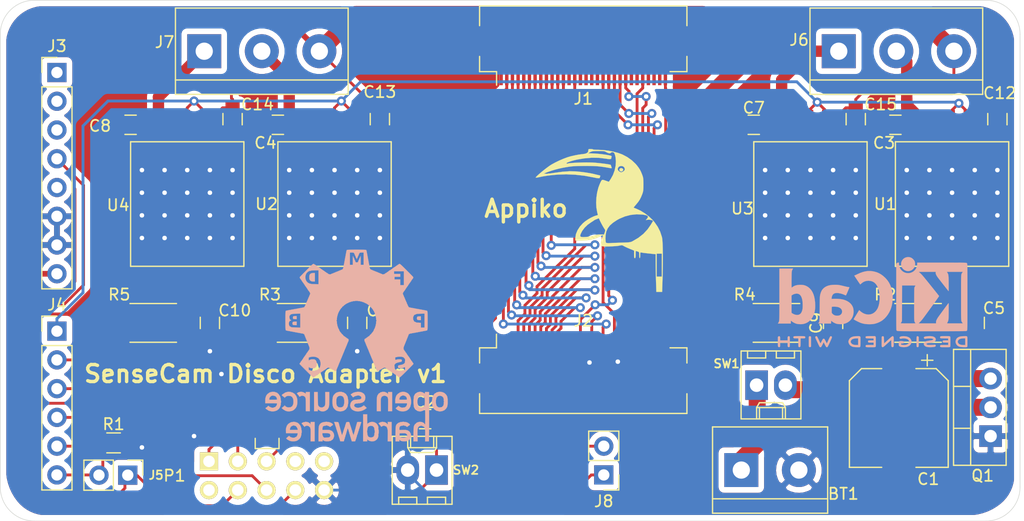
<source format=kicad_pcb>
(kicad_pcb (version 20171130) (host pcbnew 5.1.4-e60b266~84~ubuntu18.04.1)
  (layers (0 F.Cu signal) (31 B.Cu signal) (34 B.Paste user) (35 F.Paste user) (36 B.SilkS user) (37 F.SilkS user) (38 B.Mask user) (39 F.Mask user) (44 Edge.Cuts user))
  (net 0 "")
  (net 1 GND)
  (net 2 "Net-(BT1-Pad1)")
  (net 3 /BUTTON)
  (net 4 /3V3)
  (net 5 /DCMI_PWR_EN)
  (net 6 /DCMI_NRST)
  (net 7 /DCMI_SDA)
  (net 8 /DCMI_SCL)
  (net 9 /DCMI_PIXCK)
  (net 10 /Camera_CLK)
  (net 11 /D0)
  (net 12 /D1)
  (net 13 /D2)
  (net 14 /D3)
  (net 15 /D4)
  (net 16 /D5)
  (net 17 /D6)
  (net 18 /D7)
  (net 19 /D8)
  (net 20 /D9)
  (net 21 /D10)
  (net 22 /D11)
  (net 23 /DCMI_HSYNC)
  (net 24 /DCMI_VSYNC)
  (net 25 "Net-(J2-Pad2)")
  (net 26 "Net-(J2-Pad3)")
  (net 27 "Net-(J2-Pad12)")
  (net 28 "Net-(J2-Pad13)")
  (net 29 "Net-(J2-Pad18)")
  (net 30 "Net-(J2-Pad22)")
  (net 31 "Net-(J2-Pad24)")
  (net 32 "Net-(J3-Pad1)")
  (net 33 "Net-(J3-Pad2)")
  (net 34 "Net-(J3-Pad3)")
  (net 35 "Net-(P1-Pad7)")
  (net 36 "Net-(P1-Pad9)")
  (net 37 /VIN)
  (net 38 /LED1)
  (net 39 /LED3)
  (net 40 "Net-(C5-Pad2)")
  (net 41 "Net-(C6-Pad2)")
  (net 42 /LED2)
  (net 43 /LED4)
  (net 44 "Net-(C9-Pad2)")
  (net 45 "Net-(C10-Pad2)")
  (net 46 /CAM_TRIGGER)
  (net 47 /CAM_FLASH)
  (net 48 /5V)
  (net 49 /SENSE_TRIGGER)
  (net 50 /FLASH_TRIGGER)
  (net 51 /FOCUS)
  (net 52 /LDR)
  (net 53 /SENSE_JACK)
  (net 54 "Net-(U1-Pad10)")
  (net 55 "Net-(U1-Pad4)")
  (net 56 "Net-(U2-Pad10)")
  (net 57 "Net-(U2-Pad4)")
  (net 58 "Net-(U3-Pad10)")
  (net 59 "Net-(U3-Pad4)")
  (net 60 "Net-(U4-Pad10)")
  (net 61 "Net-(U4-Pad4)")
  (net 62 "Net-(Q1-Pad2)")
  (net 63 /STM_RX)
  (net 64 /STM_TX)
  (net 65 "Net-(R2-Pad1)")
  (net 66 "Net-(R3-Pad1)")
  (net 67 "Net-(R4-Pad1)")
  (net 68 "Net-(R5-Pad1)")
  (module sense:KiCad-Logo2_8mm_SilkScreen (layer B.Cu) (at 87 36.65 180)
    (fp_text reference "" hide)
    (fp_text value KiCad-Logo2_8mm_SilkScreen hide)
  )
  (module sense:OSHW1 (layer B.Cu) (at 41.45 40.5 180)
    (fp_text reference G*** hide)
    (fp_text value LOGO hide)
  )
  (module sense:Appiko_LOGO_img (layer F.Cu) (at 62.85 29.45)
    (fp_text reference G*** hide)
    (fp_text value Appiko_LOGO_img hide)
  )
  (module sense:STCS2A_PowerSO-10 (layer F.Cu) (at 26.5 28 270)
    (fp_text reference U4 (at 0.1 6.1 180) (layer F.SilkS))
    (fp_text value STCS2A)
    (pad 11 smd rect (at 0 0 270) (size 9 10) (layers B.Cu) (net 1 GND))
    (pad 11 thru_hole circle (at 3 4 270) (size 0.75 0.75) (drill 0.4) (layers *.Cu) (net 1 GND))
    (pad 11 thru_hole circle (at 1 4 270) (size 0.75 0.75) (drill 0.4) (layers *.Cu) (net 1 GND))
    (pad 11 thru_hole circle (at -1 4 270) (size 0.75 0.75) (drill 0.4) (layers *.Cu) (net 1 GND))
    (pad 11 thru_hole circle (at -3 4 270) (size 0.75 0.75) (drill 0.4) (layers *.Cu) (net 1 GND))
    (pad 11 thru_hole circle (at 3 2 270) (size 0.75 0.75) (drill 0.4) (layers *.Cu) (net 1 GND))
    (pad 11 thru_hole circle (at 1 2 270) (size 0.75 0.75) (drill 0.4) (layers *.Cu) (net 1 GND))
    (pad 11 thru_hole circle (at -1 2 270) (size 0.75 0.75) (drill 0.4) (layers *.Cu) (net 1 GND))
    (pad 11 thru_hole circle (at -3 2 270) (size 0.75 0.75) (drill 0.4) (layers *.Cu) (net 1 GND))
    (pad 11 thru_hole circle (at 3 0 270) (size 0.75 0.75) (drill 0.4) (layers *.Cu) (net 1 GND))
    (pad 11 thru_hole circle (at 1 0 270) (size 0.75 0.75) (drill 0.4) (layers *.Cu) (net 1 GND))
    (pad 11 thru_hole circle (at -1 0 270) (size 0.75 0.75) (drill 0.4) (layers *.Cu) (net 1 GND))
    (pad 11 thru_hole circle (at -3 0 270) (size 0.75 0.75) (drill 0.4) (layers *.Cu) (net 1 GND))
    (pad 11 thru_hole circle (at 3 -2 270) (size 0.75 0.75) (drill 0.4) (layers *.Cu) (net 1 GND))
    (pad 11 thru_hole circle (at 1 -2 270) (size 0.75 0.75) (drill 0.4) (layers *.Cu) (net 1 GND))
    (pad 11 thru_hole circle (at -1 -2 270) (size 0.75 0.75) (drill 0.4) (layers *.Cu) (net 1 GND))
    (pad 11 thru_hole circle (at -3 -2 270) (size 0.75 0.75) (drill 0.4) (layers *.Cu) (net 1 GND))
    (pad 11 thru_hole circle (at 3 -4 270) (size 0.75 0.75) (drill 0.4) (layers *.Cu) (net 1 GND))
    (pad 11 thru_hole circle (at 1 -4 270) (size 0.75 0.75) (drill 0.4) (layers *.Cu) (net 1 GND))
    (pad 11 thru_hole circle (at -1 -4 270) (size 0.75 0.75) (drill 0.4) (layers *.Cu) (net 1 GND))
    (pad 11 thru_hole circle (at -3 -4 270) (size 0.75 0.75) (drill 0.4) (layers *.Cu) (net 1 GND))
    (pad 11 smd rect (at 0 0 270) (size 8 10) (layers F.Cu F.Paste F.Mask) (net 1 GND))
    (pad 10 smd rect (at 7.1 -2.54 270) (size 2.45 0.5) (layers F.Cu F.Paste F.Mask) (net 60 "Net-(U4-Pad10)"))
    (pad 9 smd rect (at 7.1 -1.27 270) (size 2.45 0.5) (layers F.Cu F.Paste F.Mask) (net 45 "Net-(C10-Pad2)"))
    (pad 8 smd rect (at 7.1 0 270) (size 2.45 0.5) (layers F.Cu F.Paste F.Mask) (net 1 GND))
    (pad 7 smd rect (at 7.1 1.27 270) (size 2.45 0.5) (layers F.Cu F.Paste F.Mask) (net 68 "Net-(R5-Pad1)"))
    (pad 6 smd rect (at 7.1 2.54 270) (size 2.45 0.5) (layers F.Cu F.Paste F.Mask) (net 68 "Net-(R5-Pad1)"))
    (pad 5 smd rect (at -7.1 2.54 270) (size 2.45 0.5) (layers F.Cu F.Paste F.Mask) (net 43 /LED4))
    (pad 4 smd rect (at -7.1 1.27 270) (size 2.45 0.5) (layers F.Cu F.Paste F.Mask) (net 61 "Net-(U4-Pad4)"))
    (pad 3 smd rect (at -7.1 0 270) (size 2.45 0.5) (layers F.Cu F.Paste F.Mask) (net 50 /FLASH_TRIGGER))
    (pad 2 smd rect (at -7.1 -1.27 270) (size 2.45 0.5) (layers F.Cu F.Paste F.Mask) (net 50 /FLASH_TRIGGER))
    (pad 1 smd rect (at -7.1 -2.54 270) (size 2.45 0.5) (layers F.Cu F.Paste F.Mask) (net 37 /VIN))
  )
  (module sense:STCS2A_PowerSO-10 (layer F.Cu) (at 81.5 28 270)
    (fp_text reference U3 (at 0.4 6 180) (layer F.SilkS))
    (fp_text value STCS2A)
    (pad 11 smd rect (at 0 0 270) (size 9 10) (layers B.Cu) (net 1 GND))
    (pad 11 thru_hole circle (at 3 4 270) (size 0.75 0.75) (drill 0.4) (layers *.Cu) (net 1 GND))
    (pad 11 thru_hole circle (at 1 4 270) (size 0.75 0.75) (drill 0.4) (layers *.Cu) (net 1 GND))
    (pad 11 thru_hole circle (at -1 4 270) (size 0.75 0.75) (drill 0.4) (layers *.Cu) (net 1 GND))
    (pad 11 thru_hole circle (at -3 4 270) (size 0.75 0.75) (drill 0.4) (layers *.Cu) (net 1 GND))
    (pad 11 thru_hole circle (at 3 2 270) (size 0.75 0.75) (drill 0.4) (layers *.Cu) (net 1 GND))
    (pad 11 thru_hole circle (at 1 2 270) (size 0.75 0.75) (drill 0.4) (layers *.Cu) (net 1 GND))
    (pad 11 thru_hole circle (at -1 2 270) (size 0.75 0.75) (drill 0.4) (layers *.Cu) (net 1 GND))
    (pad 11 thru_hole circle (at -3 2 270) (size 0.75 0.75) (drill 0.4) (layers *.Cu) (net 1 GND))
    (pad 11 thru_hole circle (at 3 0 270) (size 0.75 0.75) (drill 0.4) (layers *.Cu) (net 1 GND))
    (pad 11 thru_hole circle (at 1 0 270) (size 0.75 0.75) (drill 0.4) (layers *.Cu) (net 1 GND))
    (pad 11 thru_hole circle (at -1 0 270) (size 0.75 0.75) (drill 0.4) (layers *.Cu) (net 1 GND))
    (pad 11 thru_hole circle (at -3 0 270) (size 0.75 0.75) (drill 0.4) (layers *.Cu) (net 1 GND))
    (pad 11 thru_hole circle (at 3 -2 270) (size 0.75 0.75) (drill 0.4) (layers *.Cu) (net 1 GND))
    (pad 11 thru_hole circle (at 1 -2 270) (size 0.75 0.75) (drill 0.4) (layers *.Cu) (net 1 GND))
    (pad 11 thru_hole circle (at -1 -2 270) (size 0.75 0.75) (drill 0.4) (layers *.Cu) (net 1 GND))
    (pad 11 thru_hole circle (at -3 -2 270) (size 0.75 0.75) (drill 0.4) (layers *.Cu) (net 1 GND))
    (pad 11 thru_hole circle (at 3 -4 270) (size 0.75 0.75) (drill 0.4) (layers *.Cu) (net 1 GND))
    (pad 11 thru_hole circle (at 1 -4 270) (size 0.75 0.75) (drill 0.4) (layers *.Cu) (net 1 GND))
    (pad 11 thru_hole circle (at -1 -4 270) (size 0.75 0.75) (drill 0.4) (layers *.Cu) (net 1 GND))
    (pad 11 thru_hole circle (at -3 -4 270) (size 0.75 0.75) (drill 0.4) (layers *.Cu) (net 1 GND))
    (pad 11 smd rect (at 0 0 270) (size 8 10) (layers F.Cu F.Paste F.Mask) (net 1 GND))
    (pad 10 smd rect (at 7.1 -2.54 270) (size 2.45 0.5) (layers F.Cu F.Paste F.Mask) (net 58 "Net-(U3-Pad10)"))
    (pad 9 smd rect (at 7.1 -1.27 270) (size 2.45 0.5) (layers F.Cu F.Paste F.Mask) (net 44 "Net-(C9-Pad2)"))
    (pad 8 smd rect (at 7.1 0 270) (size 2.45 0.5) (layers F.Cu F.Paste F.Mask) (net 1 GND))
    (pad 7 smd rect (at 7.1 1.27 270) (size 2.45 0.5) (layers F.Cu F.Paste F.Mask) (net 67 "Net-(R4-Pad1)"))
    (pad 6 smd rect (at 7.1 2.54 270) (size 2.45 0.5) (layers F.Cu F.Paste F.Mask) (net 67 "Net-(R4-Pad1)"))
    (pad 5 smd rect (at -7.1 2.54 270) (size 2.45 0.5) (layers F.Cu F.Paste F.Mask) (net 42 /LED2))
    (pad 4 smd rect (at -7.1 1.27 270) (size 2.45 0.5) (layers F.Cu F.Paste F.Mask) (net 59 "Net-(U3-Pad4)"))
    (pad 3 smd rect (at -7.1 0 270) (size 2.45 0.5) (layers F.Cu F.Paste F.Mask) (net 50 /FLASH_TRIGGER))
    (pad 2 smd rect (at -7.1 -1.27 270) (size 2.45 0.5) (layers F.Cu F.Paste F.Mask) (net 50 /FLASH_TRIGGER))
    (pad 1 smd rect (at -7.1 -2.54 270) (size 2.45 0.5) (layers F.Cu F.Paste F.Mask) (net 37 /VIN))
  )
  (module sense:STCS2A_PowerSO-10 (layer F.Cu) (at 39.5 28 270)
    (fp_text reference U2 (at 0 6 180) (layer F.SilkS))
    (fp_text value STCS2A)
    (pad 11 smd rect (at 0 0 270) (size 9 10) (layers B.Cu) (net 1 GND))
    (pad 11 thru_hole circle (at 3 4 270) (size 0.75 0.75) (drill 0.4) (layers *.Cu) (net 1 GND))
    (pad 11 thru_hole circle (at 1 4 270) (size 0.75 0.75) (drill 0.4) (layers *.Cu) (net 1 GND))
    (pad 11 thru_hole circle (at -1 4 270) (size 0.75 0.75) (drill 0.4) (layers *.Cu) (net 1 GND))
    (pad 11 thru_hole circle (at -3 4 270) (size 0.75 0.75) (drill 0.4) (layers *.Cu) (net 1 GND))
    (pad 11 thru_hole circle (at 3 2 270) (size 0.75 0.75) (drill 0.4) (layers *.Cu) (net 1 GND))
    (pad 11 thru_hole circle (at 1 2 270) (size 0.75 0.75) (drill 0.4) (layers *.Cu) (net 1 GND))
    (pad 11 thru_hole circle (at -1 2 270) (size 0.75 0.75) (drill 0.4) (layers *.Cu) (net 1 GND))
    (pad 11 thru_hole circle (at -3 2 270) (size 0.75 0.75) (drill 0.4) (layers *.Cu) (net 1 GND))
    (pad 11 thru_hole circle (at 3 0 270) (size 0.75 0.75) (drill 0.4) (layers *.Cu) (net 1 GND))
    (pad 11 thru_hole circle (at 1 0 270) (size 0.75 0.75) (drill 0.4) (layers *.Cu) (net 1 GND))
    (pad 11 thru_hole circle (at -1 0 270) (size 0.75 0.75) (drill 0.4) (layers *.Cu) (net 1 GND))
    (pad 11 thru_hole circle (at -3 0 270) (size 0.75 0.75) (drill 0.4) (layers *.Cu) (net 1 GND))
    (pad 11 thru_hole circle (at 3 -2 270) (size 0.75 0.75) (drill 0.4) (layers *.Cu) (net 1 GND))
    (pad 11 thru_hole circle (at 1 -2 270) (size 0.75 0.75) (drill 0.4) (layers *.Cu) (net 1 GND))
    (pad 11 thru_hole circle (at -1 -2 270) (size 0.75 0.75) (drill 0.4) (layers *.Cu) (net 1 GND))
    (pad 11 thru_hole circle (at -3 -2 270) (size 0.75 0.75) (drill 0.4) (layers *.Cu) (net 1 GND))
    (pad 11 thru_hole circle (at 3 -4 270) (size 0.75 0.75) (drill 0.4) (layers *.Cu) (net 1 GND))
    (pad 11 thru_hole circle (at 1 -4 270) (size 0.75 0.75) (drill 0.4) (layers *.Cu) (net 1 GND))
    (pad 11 thru_hole circle (at -1 -4 270) (size 0.75 0.75) (drill 0.4) (layers *.Cu) (net 1 GND))
    (pad 11 thru_hole circle (at -3 -4 270) (size 0.75 0.75) (drill 0.4) (layers *.Cu) (net 1 GND))
    (pad 11 smd rect (at 0 0 270) (size 8 10) (layers F.Cu F.Paste F.Mask) (net 1 GND))
    (pad 10 smd rect (at 7.1 -2.54 270) (size 2.45 0.5) (layers F.Cu F.Paste F.Mask) (net 56 "Net-(U2-Pad10)"))
    (pad 9 smd rect (at 7.1 -1.27 270) (size 2.45 0.5) (layers F.Cu F.Paste F.Mask) (net 41 "Net-(C6-Pad2)"))
    (pad 8 smd rect (at 7.1 0 270) (size 2.45 0.5) (layers F.Cu F.Paste F.Mask) (net 1 GND))
    (pad 7 smd rect (at 7.1 1.27 270) (size 2.45 0.5) (layers F.Cu F.Paste F.Mask) (net 66 "Net-(R3-Pad1)"))
    (pad 6 smd rect (at 7.1 2.54 270) (size 2.45 0.5) (layers F.Cu F.Paste F.Mask) (net 66 "Net-(R3-Pad1)"))
    (pad 5 smd rect (at -7.1 2.54 270) (size 2.45 0.5) (layers F.Cu F.Paste F.Mask) (net 39 /LED3))
    (pad 4 smd rect (at -7.1 1.27 270) (size 2.45 0.5) (layers F.Cu F.Paste F.Mask) (net 57 "Net-(U2-Pad4)"))
    (pad 3 smd rect (at -7.1 0 270) (size 2.45 0.5) (layers F.Cu F.Paste F.Mask) (net 50 /FLASH_TRIGGER))
    (pad 2 smd rect (at -7.1 -1.27 270) (size 2.45 0.5) (layers F.Cu F.Paste F.Mask) (net 50 /FLASH_TRIGGER))
    (pad 1 smd rect (at -7.1 -2.54 270) (size 2.45 0.5) (layers F.Cu F.Paste F.Mask) (net 37 /VIN))
  )
  (module sense:STCS2A_PowerSO-10 (layer F.Cu) (at 94 28 270)
    (fp_text reference U1 (at 0 5.9 180) (layer F.SilkS))
    (fp_text value STCS2A)
    (pad 11 smd rect (at 0 0 270) (size 9 10) (layers B.Cu) (net 1 GND))
    (pad 11 thru_hole circle (at 3 4 270) (size 0.75 0.75) (drill 0.4) (layers *.Cu) (net 1 GND))
    (pad 11 thru_hole circle (at 1 4 270) (size 0.75 0.75) (drill 0.4) (layers *.Cu) (net 1 GND))
    (pad 11 thru_hole circle (at -1 4 270) (size 0.75 0.75) (drill 0.4) (layers *.Cu) (net 1 GND))
    (pad 11 thru_hole circle (at -3 4 270) (size 0.75 0.75) (drill 0.4) (layers *.Cu) (net 1 GND))
    (pad 11 thru_hole circle (at 3 2 270) (size 0.75 0.75) (drill 0.4) (layers *.Cu) (net 1 GND))
    (pad 11 thru_hole circle (at 1 2 270) (size 0.75 0.75) (drill 0.4) (layers *.Cu) (net 1 GND))
    (pad 11 thru_hole circle (at -1 2 270) (size 0.75 0.75) (drill 0.4) (layers *.Cu) (net 1 GND))
    (pad 11 thru_hole circle (at -3 2 270) (size 0.75 0.75) (drill 0.4) (layers *.Cu) (net 1 GND))
    (pad 11 thru_hole circle (at 3 0 270) (size 0.75 0.75) (drill 0.4) (layers *.Cu) (net 1 GND))
    (pad 11 thru_hole circle (at 1 0 270) (size 0.75 0.75) (drill 0.4) (layers *.Cu) (net 1 GND))
    (pad 11 thru_hole circle (at -1 0 270) (size 0.75 0.75) (drill 0.4) (layers *.Cu) (net 1 GND))
    (pad 11 thru_hole circle (at -3 0 270) (size 0.75 0.75) (drill 0.4) (layers *.Cu) (net 1 GND))
    (pad 11 thru_hole circle (at 3 -2 270) (size 0.75 0.75) (drill 0.4) (layers *.Cu) (net 1 GND))
    (pad 11 thru_hole circle (at 1 -2 270) (size 0.75 0.75) (drill 0.4) (layers *.Cu) (net 1 GND))
    (pad 11 thru_hole circle (at -1 -2 270) (size 0.75 0.75) (drill 0.4) (layers *.Cu) (net 1 GND))
    (pad 11 thru_hole circle (at -3 -2 270) (size 0.75 0.75) (drill 0.4) (layers *.Cu) (net 1 GND))
    (pad 11 thru_hole circle (at 3 -4 270) (size 0.75 0.75) (drill 0.4) (layers *.Cu) (net 1 GND))
    (pad 11 thru_hole circle (at 1 -4 270) (size 0.75 0.75) (drill 0.4) (layers *.Cu) (net 1 GND))
    (pad 11 thru_hole circle (at -1 -4 270) (size 0.75 0.75) (drill 0.4) (layers *.Cu) (net 1 GND))
    (pad 11 thru_hole circle (at -3 -4 270) (size 0.75 0.75) (drill 0.4) (layers *.Cu) (net 1 GND))
    (pad 11 smd rect (at 0 0 270) (size 8 10) (layers F.Cu F.Paste F.Mask) (net 1 GND))
    (pad 10 smd rect (at 7.1 -2.54 270) (size 2.45 0.5) (layers F.Cu F.Paste F.Mask) (net 54 "Net-(U1-Pad10)"))
    (pad 9 smd rect (at 7.1 -1.27 270) (size 2.45 0.5) (layers F.Cu F.Paste F.Mask) (net 40 "Net-(C5-Pad2)"))
    (pad 8 smd rect (at 7.1 0 270) (size 2.45 0.5) (layers F.Cu F.Paste F.Mask) (net 1 GND))
    (pad 7 smd rect (at 7.1 1.27 270) (size 2.45 0.5) (layers F.Cu F.Paste F.Mask) (net 65 "Net-(R2-Pad1)"))
    (pad 6 smd rect (at 7.1 2.54 270) (size 2.45 0.5) (layers F.Cu F.Paste F.Mask) (net 65 "Net-(R2-Pad1)"))
    (pad 5 smd rect (at -7.1 2.54 270) (size 2.45 0.5) (layers F.Cu F.Paste F.Mask) (net 38 /LED1))
    (pad 4 smd rect (at -7.1 1.27 270) (size 2.45 0.5) (layers F.Cu F.Paste F.Mask) (net 55 "Net-(U1-Pad4)"))
    (pad 3 smd rect (at -7.1 0 270) (size 2.45 0.5) (layers F.Cu F.Paste F.Mask) (net 50 /FLASH_TRIGGER))
    (pad 2 smd rect (at -7.1 -1.27 270) (size 2.45 0.5) (layers F.Cu F.Paste F.Mask) (net 50 /FLASH_TRIGGER))
    (pad 1 smd rect (at -7.1 -2.54 270) (size 2.45 0.5) (layers F.Cu F.Paste F.Mask) (net 37 /VIN))
  )
  (module sense:TO-220-3_Vertical (layer F.Cu) (at 97.4 48.5 90)
    (fp_text reference Q1 (at -3.5 -0.7 180) (layer F.SilkS))
    (fp_text value IRF9540)
    (pad 3 thru_hole oval (at 5.08 0 90) (size 1.905 2) (drill 1.1) (layers *.Cu *.Mask) (net 37 /VIN))
    (pad 2 thru_hole oval (at 2.54 0 90) (size 1.905 2) (drill 1.1) (layers *.Cu *.Mask) (net 62 "Net-(Q1-Pad2)"))
    (pad 1 thru_hole rect (at 0 0 90) (size 1.905 2) (drill 1.1) (layers *.Cu *.Mask) (net 1 GND))
  )
  (module sense:TerminalBlock_bornier-2_P5.08mm (layer F.Cu) (at 75.4 51.5)
    (fp_text reference BT1 (at 9 2.1) (layer F.SilkS))
    (fp_text value "LiPo 2s")
    (pad 2 thru_hole circle (at 5.08 0) (size 3 3) (drill 1.52) (layers *.Cu *.Mask) (net 1 GND))
    (pad 1 thru_hole rect (at 0 0) (size 3 3) (drill 1.52) (layers *.Cu *.Mask) (net 2 "Net-(BT1-Pad1)"))
  )
  (module sense:R_2512_6332Metric_Pad1.52x3.35mm_HandSolder (layer F.Cu) (at 23.5 38.5)
    (fp_text reference R5 (at -3 -2.5) (layer F.SilkS))
    (fp_text value 0R033)
    (pad 2 smd roundrect (at 2.9875 0) (size 1.525 3.35) (layers F.Cu F.Paste F.Mask) (roundrect_rratio 0.163934) (net 1 GND))
    (pad 1 smd roundrect (at -2.9875 0) (size 1.525 3.35) (layers F.Cu F.Paste F.Mask) (roundrect_rratio 0.163934) (net 68 "Net-(R5-Pad1)"))
  )
  (module sense:R_2512_6332Metric_Pad1.52x3.35mm_HandSolder (layer F.Cu) (at 78.5 38.5)
    (fp_text reference R4 (at -2.8 -2.5) (layer F.SilkS))
    (fp_text value 0R033)
    (pad 2 smd roundrect (at 2.9875 0) (size 1.525 3.35) (layers F.Cu F.Paste F.Mask) (roundrect_rratio 0.163934) (net 1 GND))
    (pad 1 smd roundrect (at -2.9875 0) (size 1.525 3.35) (layers F.Cu F.Paste F.Mask) (roundrect_rratio 0.163934) (net 67 "Net-(R4-Pad1)"))
  )
  (module sense:R_2512_6332Metric_Pad1.52x3.35mm_HandSolder (layer F.Cu) (at 36.5 38.5)
    (fp_text reference R3 (at -2.7 -2.5) (layer F.SilkS))
    (fp_text value 0R033)
    (pad 2 smd roundrect (at 2.9875 0) (size 1.525 3.35) (layers F.Cu F.Paste F.Mask) (roundrect_rratio 0.163934) (net 1 GND))
    (pad 1 smd roundrect (at -2.9875 0) (size 1.525 3.35) (layers F.Cu F.Paste F.Mask) (roundrect_rratio 0.163934) (net 66 "Net-(R3-Pad1)"))
  )
  (module sense:R_2512_6332Metric_Pad1.52x3.35mm_HandSolder (layer F.Cu) (at 91 38.5)
    (fp_text reference R2 (at -2.9 -2.5) (layer F.SilkS))
    (fp_text value 0R033)
    (pad 2 smd roundrect (at 2.9875 0) (size 1.525 3.35) (layers F.Cu F.Paste F.Mask) (roundrect_rratio 0.163934) (net 1 GND))
    (pad 1 smd roundrect (at -2.9875 0) (size 1.525 3.35) (layers F.Cu F.Paste F.Mask) (roundrect_rratio 0.163934) (net 65 "Net-(R2-Pad1)"))
  )
  (module sense:R_0805 (layer F.Cu) (at 20 49.1)
    (fp_text reference R1 (at 0 -1.65) (layer F.SilkS))
    (fp_text value 10k)
    (pad 2 smd rect (at 0.95 0) (size 0.7 1.3) (layers F.Cu F.Paste F.Mask) (net 1 GND))
    (pad 1 smd rect (at -0.95 0) (size 0.7 1.3) (layers F.Cu F.Paste F.Mask) (net 52 /LDR))
  )
  (module sense:TerminalBlock_bornier-3_P5.08mm (layer F.Cu) (at 28 14.5)
    (fp_text reference J7 (at -3.5 -0.8) (layer F.SilkS))
    (fp_text value Conn_01x03)
    (pad 3 thru_hole circle (at 10.16 0) (size 3 3) (drill 1.52) (layers *.Cu *.Mask) (net 37 /VIN))
    (pad 2 thru_hole circle (at 5.08 0) (size 3 3) (drill 1.52) (layers *.Cu *.Mask) (net 39 /LED3))
    (pad 1 thru_hole rect (at 0 0) (size 3 3) (drill 1.52) (layers *.Cu *.Mask) (net 43 /LED4))
  )
  (module sense:TerminalBlock_bornier-3_P5.08mm (layer F.Cu) (at 84 14.5)
    (fp_text reference J6 (at -3.5 -1) (layer F.SilkS))
    (fp_text value Conn_01x03)
    (pad 3 thru_hole circle (at 10.16 0) (size 3 3) (drill 1.52) (layers *.Cu *.Mask) (net 37 /VIN))
    (pad 2 thru_hole circle (at 5.08 0) (size 3 3) (drill 1.52) (layers *.Cu *.Mask) (net 38 /LED1))
    (pad 1 thru_hole rect (at 0 0) (size 3 3) (drill 1.52) (layers *.Cu *.Mask) (net 42 /LED2))
  )
  (module sense:Pin_Header_Straight_1x02_Pitch2.54mm (layer F.Cu) (at 21.25 51.95 270)
    (fp_text reference J5 (at 0 -2.5) (layer F.SilkS) (effects (font (size 0.75 0.75))))
    (fp_text value LDR_CONN)
    (pad 1 thru_hole rect (at 0 0 270) (size 1.7 1.7) (drill 1) (layers *.Cu *.Mask) (net 4 /3V3))
    (pad 2 thru_hole oval (at 0 2.54 270) (size 1.7 1.7) (drill 1) (layers *.Cu *.Mask) (net 52 /LDR))
  )
  (module sense:C_0805 (layer F.Cu) (at 85.5 20.5 270)
    (fp_text reference C15 (at -1.3 -2.2 180) (layer F.SilkS))
    (fp_text value 100nF)
    (pad 2 smd rect (at 1 0 270) (size 1 1.25) (layers F.Cu F.Paste F.Mask) (net 1 GND))
    (pad 1 smd rect (at -1 0 270) (size 1 1.25) (layers F.Cu F.Paste F.Mask) (net 37 /VIN))
  )
  (module sense:C_0805 (layer F.Cu) (at 30.5 20.5 270)
    (fp_text reference C14 (at -1.3 -2.2 180) (layer F.SilkS))
    (fp_text value 100nF)
    (pad 2 smd rect (at 1 0 270) (size 1 1.25) (layers F.Cu F.Paste F.Mask) (net 1 GND))
    (pad 1 smd rect (at -1 0 270) (size 1 1.25) (layers F.Cu F.Paste F.Mask) (net 37 /VIN))
  )
  (module sense:C_0805 (layer F.Cu) (at 43.5 20.5 270)
    (fp_text reference C13 (at -2.4 0 180) (layer F.SilkS))
    (fp_text value 100nF)
    (pad 2 smd rect (at 1 0 270) (size 1 1.25) (layers F.Cu F.Paste F.Mask) (net 1 GND))
    (pad 1 smd rect (at -1 0 270) (size 1 1.25) (layers F.Cu F.Paste F.Mask) (net 37 /VIN))
  )
  (module sense:C_0805 (layer F.Cu) (at 98 20.5 270)
    (fp_text reference C12 (at -2.3 -0.2 180) (layer F.SilkS))
    (fp_text value 100nF)
    (pad 2 smd rect (at 1 0 270) (size 1 1.25) (layers F.Cu F.Paste F.Mask) (net 1 GND))
    (pad 1 smd rect (at -1 0 270) (size 1 1.25) (layers F.Cu F.Paste F.Mask) (net 37 /VIN))
  )
  (module sense:C_0805 (layer F.Cu) (at 28.5 38.5 90)
    (fp_text reference C10 (at 1.1 2.2 180) (layer F.SilkS))
    (fp_text value 0.1nF)
    (pad 2 smd rect (at 1 0 90) (size 1 1.25) (layers F.Cu F.Paste F.Mask) (net 45 "Net-(C10-Pad2)"))
    (pad 1 smd rect (at -1 0 90) (size 1 1.25) (layers F.Cu F.Paste F.Mask) (net 1 GND))
  )
  (module sense:C_0805 (layer F.Cu) (at 83.5 38.5 90)
    (fp_text reference C9 (at 0 -1.5 90) (layer F.SilkS))
    (fp_text value 0.1nF)
    (pad 2 smd rect (at 1 0 90) (size 1 1.25) (layers F.Cu F.Paste F.Mask) (net 44 "Net-(C9-Pad2)"))
    (pad 1 smd rect (at -1 0 90) (size 1 1.25) (layers F.Cu F.Paste F.Mask) (net 1 GND))
  )
  (module sense:C_0805 (layer F.Cu) (at 21.5 21)
    (fp_text reference C8 (at -2.7 0.1) (layer F.SilkS))
    (fp_text value 0.47uF)
    (pad 2 smd rect (at 1 0) (size 1 1.25) (layers F.Cu F.Paste F.Mask) (net 43 /LED4))
    (pad 1 smd rect (at -1 0) (size 1 1.25) (layers F.Cu F.Paste F.Mask) (net 1 GND))
  )
  (module sense:C_0805 (layer F.Cu) (at 76.5 21 180)
    (fp_text reference C7 (at 0 1.5) (layer F.SilkS))
    (fp_text value 0.47uF)
    (pad 2 smd rect (at 1 0 180) (size 1 1.25) (layers F.Cu F.Paste F.Mask) (net 1 GND))
    (pad 1 smd rect (at -1 0 180) (size 1 1.25) (layers F.Cu F.Paste F.Mask) (net 42 /LED2))
  )
  (module sense:C_0805 (layer F.Cu) (at 41.5 38.5 90)
    (fp_text reference C6 (at 1.1 1.8 180) (layer F.SilkS))
    (fp_text value 0.1nF)
    (pad 2 smd rect (at 1 0 90) (size 1 1.25) (layers F.Cu F.Paste F.Mask) (net 41 "Net-(C6-Pad2)"))
    (pad 1 smd rect (at -1 0 90) (size 1 1.25) (layers F.Cu F.Paste F.Mask) (net 1 GND))
  )
  (module sense:C_0805 (layer F.Cu) (at 96 38.5 90)
    (fp_text reference C5 (at 1.3 1.7 180) (layer F.SilkS))
    (fp_text value 0.1nF)
    (pad 2 smd rect (at 1 0 90) (size 1 1.25) (layers F.Cu F.Paste F.Mask) (net 40 "Net-(C5-Pad2)"))
    (pad 1 smd rect (at -1 0 90) (size 1 1.25) (layers F.Cu F.Paste F.Mask) (net 1 GND))
  )
  (module sense:C_0805 (layer F.Cu) (at 34.5 21)
    (fp_text reference C4 (at -1.1 1.6) (layer F.SilkS))
    (fp_text value 0.47uF)
    (pad 2 smd rect (at 1 0) (size 1 1.25) (layers F.Cu F.Paste F.Mask) (net 39 /LED3))
    (pad 1 smd rect (at -1 0) (size 1 1.25) (layers F.Cu F.Paste F.Mask) (net 1 GND))
  )
  (module sense:C_0805 (layer F.Cu) (at 89 21)
    (fp_text reference C3 (at -1 1.6) (layer F.SilkS))
    (fp_text value 0.47uF)
    (pad 2 smd rect (at 1 0) (size 1 1.25) (layers F.Cu F.Paste F.Mask) (net 38 /LED1))
    (pad 1 smd rect (at -1 0) (size 1 1.25) (layers F.Cu F.Paste F.Mask) (net 1 GND))
  )
  (module sense:C_0805 (layer F.Cu) (at 47.5 47 180)
    (fp_text reference C2 (at 0 1.5) (layer F.SilkS))
    (fp_text value 100nF)
    (pad 2 smd rect (at 1 0 180) (size 1 1.25) (layers F.Cu F.Paste F.Mask) (net 1 GND))
    (pad 1 smd rect (at -1 0 180) (size 1 1.25) (layers F.Cu F.Paste F.Mask) (net 3 /BUTTON))
  )
  (module sense:CP_Elec_8x10.5 (layer F.Cu) (at 89.3 46.9 270)
    (fp_text reference C1 (at 5.4 -2.6 180) (layer F.SilkS))
    (fp_text value 100uF)
    (pad 2 smd roundrect (at 3.7 0 270) (size 4.4 2.5) (layers F.Cu F.Paste F.Mask) (roundrect_rratio 0.1) (net 1 GND))
    (pad 1 smd roundrect (at -3.7 0 270) (size 4.4 2.5) (layers F.Cu F.Paste F.Mask) (roundrect_rratio 0.1) (net 37 /VIN))
  )
  (module sense:ArduCam_FPC_30pin_P0.50mm_Horizontal (layer F.Cu) (at 61.45 15 180)
    (fp_text reference J1 (at 0 -3.7 180) (layer F.SilkS))
    (fp_text value Conn_01x30)
    (pad MP smd rect (at 9.15 1.4 180) (size 1.8 2.2) (layers F.Cu F.Paste F.Mask))
    (pad MP smd rect (at -9.15 1.4 180) (size 1.8 2.2) (layers F.Cu F.Paste F.Mask))
    (pad 30 smd rect (at -7.25 -1.85 180) (size 0.3 1.3) (layers F.Cu F.Paste F.Mask) (net 4 /3V3))
    (pad 29 smd rect (at -6.75 -1.85 180) (size 0.3 1.3) (layers F.Cu F.Paste F.Mask) (net 4 /3V3))
    (pad 28 smd rect (at -6.25 -1.85 180) (size 0.3 1.3) (layers F.Cu F.Paste F.Mask) (net 4 /3V3))
    (pad 27 smd rect (at -5.75 -1.85 180) (size 0.3 1.3) (layers F.Cu F.Paste F.Mask) (net 4 /3V3))
    (pad 26 smd rect (at -5.25 -1.85 180) (size 0.3 1.3) (layers F.Cu F.Paste F.Mask) (net 5 /DCMI_PWR_EN))
    (pad 25 smd rect (at -4.75 -1.85 180) (size 0.3 1.3) (layers F.Cu F.Paste F.Mask) (net 1 GND))
    (pad 24 smd rect (at -4.25 -1.85 180) (size 0.3 1.3) (layers F.Cu F.Paste F.Mask) (net 1 GND))
    (pad 23 smd rect (at -3.75 -1.85 180) (size 0.3 1.3) (layers F.Cu F.Paste F.Mask) (net 6 /DCMI_NRST))
    (pad 22 smd rect (at -3.25 -1.85 180) (size 0.3 1.3) (layers F.Cu F.Paste F.Mask) (net 7 /DCMI_SDA))
    (pad 21 smd rect (at -2.75 -1.85 180) (size 0.3 1.3) (layers F.Cu F.Paste F.Mask) (net 8 /DCMI_SCL))
    (pad 20 smd rect (at -2.25 -1.85 180) (size 0.3 1.3) (layers F.Cu F.Paste F.Mask) (net 9 /DCMI_PIXCK))
    (pad 19 smd rect (at -1.75 -1.85 180) (size 0.3 1.3) (layers F.Cu F.Paste F.Mask) (net 10 /Camera_CLK))
    (pad 18 smd rect (at -1.25 -1.85 180) (size 0.3 1.3) (layers F.Cu F.Paste F.Mask) (net 11 /D0))
    (pad 17 smd rect (at -0.75 -1.85 180) (size 0.3 1.3) (layers F.Cu F.Paste F.Mask) (net 12 /D1))
    (pad 16 smd rect (at -0.25 -1.85 180) (size 0.3 1.3) (layers F.Cu F.Paste F.Mask) (net 13 /D2))
    (pad 15 smd rect (at 0.25 -1.85 180) (size 0.3 1.3) (layers F.Cu F.Paste F.Mask) (net 14 /D3))
    (pad 14 smd rect (at 0.75 -1.85 180) (size 0.3 1.3) (layers F.Cu F.Paste F.Mask) (net 15 /D4))
    (pad 13 smd rect (at 1.25 -1.85 180) (size 0.3 1.3) (layers F.Cu F.Paste F.Mask) (net 1 GND))
    (pad 12 smd rect (at 1.75 -1.85 180) (size 0.3 1.3) (layers F.Cu F.Paste F.Mask) (net 16 /D5))
    (pad 11 smd rect (at 2.25 -1.85 180) (size 0.3 1.3) (layers F.Cu F.Paste F.Mask) (net 17 /D6))
    (pad 10 smd rect (at 2.75 -1.85 180) (size 0.3 1.3) (layers F.Cu F.Paste F.Mask) (net 18 /D7))
    (pad 9 smd rect (at 3.25 -1.85 180) (size 0.3 1.3) (layers F.Cu F.Paste F.Mask) (net 19 /D8))
    (pad 8 smd rect (at 3.75 -1.85 180) (size 0.3 1.3) (layers F.Cu F.Paste F.Mask) (net 20 /D9))
    (pad 7 smd rect (at 4.25 -1.85 180) (size 0.3 1.3) (layers F.Cu F.Paste F.Mask) (net 21 /D10))
    (pad 6 smd rect (at 4.75 -1.85 180) (size 0.3 1.3) (layers F.Cu F.Paste F.Mask) (net 22 /D11))
    (pad 5 smd rect (at 5.25 -1.85 180) (size 0.3 1.3) (layers F.Cu F.Paste F.Mask) (net 23 /DCMI_HSYNC))
    (pad 4 smd rect (at 5.75 -1.85 180) (size 0.3 1.3) (layers F.Cu F.Paste F.Mask) (net 24 /DCMI_VSYNC))
    (pad 3 smd rect (at 6.25 -1.85 180) (size 0.3 1.3) (layers F.Cu F.Paste F.Mask) (net 46 /CAM_TRIGGER))
    (pad 2 smd rect (at 6.75 -1.85 180) (size 0.3 1.3) (layers F.Cu F.Paste F.Mask) (net 47 /CAM_FLASH))
    (pad 1 smd rect (at 7.25 -1.85 180) (size 0.3 1.3) (layers F.Cu F.Paste F.Mask) (net 1 GND))
  )
  (module sense:Berg_5x2Conn (layer F.Cu) (at 33.5 52)
    (fp_text reference P1 (at -8.128 0 180) (layer F.SilkS))
    (fp_text value CONN_02X05)
    (pad 1 thru_hole rect (at -5.08 -1.27) (size 1.6 1.6) (drill 1.02) (layers *.Cu *.Mask F.SilkS) (net 3 /BUTTON))
    (pad 2 thru_hole circle (at -5.08 1.27) (size 1.6 1.6) (drill 1.02) (layers *.Cu *.Mask F.SilkS) (net 53 /SENSE_JACK))
    (pad 3 thru_hole circle (at -2.54 -1.27) (size 1.6 1.6) (drill 1.02) (layers *.Cu *.Mask F.SilkS) (net 64 /STM_TX))
    (pad 4 thru_hole circle (at -2.54 1.27) (size 1.6 1.6) (drill 1.02) (layers *.Cu *.Mask F.SilkS) (net 51 /FOCUS))
    (pad 5 thru_hole circle (at 0 -1.27) (size 1.6 1.6) (drill 1.02) (layers *.Cu *.Mask F.SilkS) (net 63 /STM_RX))
    (pad 6 thru_hole circle (at 0 1.27) (size 1.6 1.6) (drill 1.02) (layers *.Cu *.Mask F.SilkS) (net 49 /SENSE_TRIGGER))
    (pad 7 thru_hole circle (at 2.54 -1.27) (size 1.6 1.6) (drill 1.02) (layers *.Cu *.Mask F.SilkS) (net 35 "Net-(P1-Pad7)"))
    (pad 8 thru_hole circle (at 2.54 1.27) (size 1.6 1.6) (drill 1.02) (layers *.Cu *.Mask F.SilkS) (net 4 /3V3))
    (pad 9 thru_hole circle (at 5.08 -1.27) (size 1.6 1.6) (drill 1.02) (layers *.Cu *.Mask F.SilkS) (net 36 "Net-(P1-Pad9)"))
    (pad 10 thru_hole circle (at 5.08 1.27) (size 1.6 1.6) (drill 1.02) (layers *.Cu *.Mask F.SilkS) (net 1 GND))
  )
  (module sense:Molex_KK-6410-02_02x2.54mm_Straight (layer F.Cu) (at 76.75 44)
    (fp_text reference SW1 (at -2.65 -1.9) (layer F.SilkS) (effects (font (size 0.75 0.75))))
    (fp_text value SW_SPST)
    (pad 1 thru_hole rect (at 0 0) (size 2 2.6) (drill 1.2) (layers *.Cu *.Mask) (net 2 "Net-(BT1-Pad1)"))
    (pad 2 thru_hole oval (at 2.54 0) (size 2 2.6) (drill 1.2) (layers *.Cu *.Mask) (net 62 "Net-(Q1-Pad2)"))
  )
  (module sense:Molex_KK-6410-02_02x2.54mm_Straight (layer F.Cu) (at 48.5 51.5 180)
    (fp_text reference SW2 (at -2.6 0) (layer F.SilkS) (effects (font (size 0.75 0.75))))
    (fp_text value SW_Push)
    (pad 2 thru_hole oval (at 2.54 0 180) (size 2 2.6) (drill 1.2) (layers *.Cu *.Mask) (net 1 GND))
    (pad 1 thru_hole rect (at 0 0 180) (size 2 2.6) (drill 1.2) (layers *.Cu *.Mask) (net 3 /BUTTON))
  )
  (module sense:Hirose_FH12-30S-0.5SH_1x30-1MP_P0.50mm_Horizontal (layer F.Cu) (at 61.45 42)
    (fp_text reference J2 (at 0 -3.7) (layer F.SilkS))
    (fp_text value Conn_01x30)
    (pad MP smd rect (at 9.15 1.4) (size 1.8 2.2) (layers F.Cu F.Paste F.Mask))
    (pad MP smd rect (at -9.15 1.4) (size 1.8 2.2) (layers F.Cu F.Paste F.Mask))
    (pad 1 smd rect (at -7.25 -1.85) (size 0.3 1.3) (layers F.Cu F.Paste F.Mask) (net 1 GND))
    (pad 2 smd rect (at -6.75 -1.85) (size 0.3 1.3) (layers F.Cu F.Paste F.Mask) (net 25 "Net-(J2-Pad2)"))
    (pad 3 smd rect (at -6.25 -1.85) (size 0.3 1.3) (layers F.Cu F.Paste F.Mask) (net 26 "Net-(J2-Pad3)"))
    (pad 4 smd rect (at -5.75 -1.85) (size 0.3 1.3) (layers F.Cu F.Paste F.Mask) (net 15 /D4))
    (pad 5 smd rect (at -5.25 -1.85) (size 0.3 1.3) (layers F.Cu F.Paste F.Mask) (net 16 /D5))
    (pad 6 smd rect (at -4.75 -1.85) (size 0.3 1.3) (layers F.Cu F.Paste F.Mask) (net 17 /D6))
    (pad 7 smd rect (at -4.25 -1.85) (size 0.3 1.3) (layers F.Cu F.Paste F.Mask) (net 18 /D7))
    (pad 8 smd rect (at -3.75 -1.85) (size 0.3 1.3) (layers F.Cu F.Paste F.Mask) (net 19 /D8))
    (pad 9 smd rect (at -3.25 -1.85) (size 0.3 1.3) (layers F.Cu F.Paste F.Mask) (net 20 /D9))
    (pad 10 smd rect (at -2.75 -1.85) (size 0.3 1.3) (layers F.Cu F.Paste F.Mask) (net 21 /D10))
    (pad 11 smd rect (at -2.25 -1.85) (size 0.3 1.3) (layers F.Cu F.Paste F.Mask) (net 22 /D11))
    (pad 12 smd rect (at -1.75 -1.85) (size 0.3 1.3) (layers F.Cu F.Paste F.Mask) (net 27 "Net-(J2-Pad12)"))
    (pad 13 smd rect (at -1.25 -1.85) (size 0.3 1.3) (layers F.Cu F.Paste F.Mask) (net 28 "Net-(J2-Pad13)"))
    (pad 14 smd rect (at -0.75 -1.85) (size 0.3 1.3) (layers F.Cu F.Paste F.Mask) (net 1 GND))
    (pad 15 smd rect (at -0.25 -1.85) (size 0.3 1.3) (layers F.Cu F.Paste F.Mask) (net 9 /DCMI_PIXCK))
    (pad 16 smd rect (at 0.25 -1.85) (size 0.3 1.3) (layers F.Cu F.Paste F.Mask) (net 1 GND))
    (pad 17 smd rect (at 0.75 -1.85) (size 0.3 1.3) (layers F.Cu F.Paste F.Mask) (net 23 /DCMI_HSYNC))
    (pad 18 smd rect (at 1.25 -1.85) (size 0.3 1.3) (layers F.Cu F.Paste F.Mask) (net 29 "Net-(J2-Pad18)"))
    (pad 19 smd rect (at 1.75 -1.85) (size 0.3 1.3) (layers F.Cu F.Paste F.Mask) (net 24 /DCMI_VSYNC))
    (pad 20 smd rect (at 2.25 -1.85) (size 0.3 1.3) (layers F.Cu F.Paste F.Mask) (net 4 /3V3))
    (pad 21 smd rect (at 2.75 -1.85) (size 0.3 1.3) (layers F.Cu F.Paste F.Mask) (net 10 /Camera_CLK))
    (pad 22 smd rect (at 3.25 -1.85) (size 0.3 1.3) (layers F.Cu F.Paste F.Mask) (net 30 "Net-(J2-Pad22)"))
    (pad 23 smd rect (at 3.75 -1.85) (size 0.3 1.3) (layers F.Cu F.Paste F.Mask) (net 1 GND))
    (pad 24 smd rect (at 4.25 -1.85) (size 0.3 1.3) (layers F.Cu F.Paste F.Mask) (net 31 "Net-(J2-Pad24)"))
    (pad 25 smd rect (at 4.75 -1.85) (size 0.3 1.3) (layers F.Cu F.Paste F.Mask) (net 5 /DCMI_PWR_EN))
    (pad 26 smd rect (at 5.25 -1.85) (size 0.3 1.3) (layers F.Cu F.Paste F.Mask) (net 6 /DCMI_NRST))
    (pad 27 smd rect (at 5.75 -1.85) (size 0.3 1.3) (layers F.Cu F.Paste F.Mask) (net 7 /DCMI_SDA))
    (pad 28 smd rect (at 6.25 -1.85) (size 0.3 1.3) (layers F.Cu F.Paste F.Mask) (net 8 /DCMI_SCL))
    (pad 29 smd rect (at 6.75 -1.85) (size 0.3 1.3) (layers F.Cu F.Paste F.Mask) (net 1 GND))
    (pad 30 smd rect (at 7.25 -1.85) (size 0.3 1.3) (layers F.Cu F.Paste F.Mask) (net 4 /3V3))
  )
  (module sense:PinHeader_1x08_P2.54mm_Vertical (layer F.Cu) (at 15 16.38)
    (fp_text reference J3 (at 0 -2.33) (layer F.SilkS))
    (fp_text value Conn_01x08)
    (pad 1 thru_hole rect (at 0 0) (size 1.7 1.7) (drill 1) (layers *.Cu *.Mask) (net 32 "Net-(J3-Pad1)"))
    (pad 2 thru_hole oval (at 0 2.54) (size 1.7 1.7) (drill 1) (layers *.Cu *.Mask) (net 33 "Net-(J3-Pad2)"))
    (pad 3 thru_hole oval (at 0 5.08) (size 1.7 1.7) (drill 1) (layers *.Cu *.Mask) (net 34 "Net-(J3-Pad3)"))
    (pad 4 thru_hole oval (at 0 7.62) (size 1.7 1.7) (drill 1) (layers *.Cu *.Mask) (net 4 /3V3))
    (pad 5 thru_hole oval (at 0 10.16) (size 1.7 1.7) (drill 1) (layers *.Cu *.Mask) (net 48 /5V))
    (pad 6 thru_hole oval (at 0 12.7) (size 1.7 1.7) (drill 1) (layers *.Cu *.Mask) (net 1 GND))
    (pad 7 thru_hole oval (at 0 15.24) (size 1.7 1.7) (drill 1) (layers *.Cu *.Mask) (net 1 GND))
    (pad 8 thru_hole oval (at 0 17.78) (size 1.7 1.7) (drill 1) (layers *.Cu *.Mask) (net 37 /VIN))
  )
  (module sense:PinHeader_1x06_P2.54mm_Vertical (layer F.Cu) (at 15 39.23)
    (fp_text reference J4 (at 0 -2.33) (layer F.SilkS))
    (fp_text value Conn_01x06)
    (pad 1 thru_hole rect (at 0 0) (size 1.7 1.7) (drill 1) (layers *.Cu *.Mask) (net 50 /FLASH_TRIGGER))
    (pad 2 thru_hole oval (at 0 2.54) (size 1.7 1.7) (drill 1) (layers *.Cu *.Mask) (net 47 /CAM_FLASH))
    (pad 3 thru_hole oval (at 0 5.08) (size 1.7 1.7) (drill 1) (layers *.Cu *.Mask) (net 46 /CAM_TRIGGER))
    (pad 4 thru_hole oval (at 0 7.62) (size 1.7 1.7) (drill 1) (layers *.Cu *.Mask) (net 49 /SENSE_TRIGGER))
    (pad 5 thru_hole oval (at 0 10.16) (size 1.7 1.7) (drill 1) (layers *.Cu *.Mask) (net 51 /FOCUS))
    (pad 6 thru_hole oval (at 0 12.7) (size 1.7 1.7) (drill 1) (layers *.Cu *.Mask) (net 52 /LDR))
  )
  (module sense:PinHeader_1x02_P2.54mm_Vertical (layer F.Cu) (at 63.26 51.93 180)
    (fp_text reference J8 (at 0 -2.33) (layer F.SilkS))
    (fp_text value Conn_01x02)
    (pad 1 thru_hole rect (at 0 0 180) (size 1.7 1.7) (drill 1) (layers *.Cu *.Mask) (net 63 /STM_RX))
    (pad 2 thru_hole oval (at 0 2.54 180) (size 1.7 1.7) (drill 1) (layers *.Cu *.Mask) (net 64 /STM_TX))
  )
  (gr_line (start 32.5 49.6) (end 32.5 48.7) (layer F.SilkS) (width 0.12))
  (gr_line (start 34.6 49.6) (end 32.5 49.6) (layer F.SilkS) (width 0.12))
  (gr_line (start 34.6 48.7) (end 34.6 49.6) (layer F.SilkS) (width 0.12))
  (gr_text Appiko (at 56.4 28.4) (layer F.SilkS) (effects (font (size 1.5 1.5) (thickness 0.3))))
  (gr_text "SenseCam Disco Adapter v1" (at 33.4 43) (layer F.SilkS) (effects (font (size 1.5 1.5) (thickness 0.3))))
  (gr_arc (start 97 53) (end 97 56) (angle -90) (layer Edge.Cuts) (width 0.05))
  (gr_arc (start 97 13) (end 100 13) (angle -90) (layer Edge.Cuts) (width 0.05))
  (gr_arc (start 13 13) (end 13 10) (angle -90) (layer Edge.Cuts) (width 0.05))
  (gr_arc (start 13 53) (end 10 53) (angle -90) (layer Edge.Cuts) (width 0.05))
  (gr_line (start 97 10) (end 13 10) (layer Edge.Cuts) (width 0.05))
  (gr_line (start 100 53) (end 100 13) (layer Edge.Cuts) (width 0.05))
  (gr_line (start 13 56) (end 97 56) (layer Edge.Cuts) (width 0.05))
  (gr_line (start 10 13) (end 10 53) (layer Edge.Cuts) (width 0.05))
  (segment (start 66.2 16.85) (end 66.2 16.3) (width 0.25) (layer F.Cu) (net 1))
  (segment (start 54.2 40.15) (end 54.2 41.2) (width 0.25) (layer F.Cu) (net 1))
  (segment (start 54.2 41.2) (end 54.5 41.5) (width 0.25) (layer F.Cu) (net 1))
  (segment (start 60.7 41.05) (end 60.7 40.15) (width 0.25) (layer F.Cu) (net 1))
  (segment (start 60.7 41.3) (end 60.7 41.05) (width 0.25) (layer F.Cu) (net 1))
  (segment (start 60.5 41.5) (end 60.7 41.3) (width 0.25) (layer F.Cu) (net 1))
  (segment (start 54.5 41.5) (end 60.5 41.5) (width 0.25) (layer F.Cu) (net 1))
  (segment (start 60.7 40.15) (end 60.7 41.2) (width 0.25) (layer F.Cu) (net 1))
  (segment (start 60.7 41.2) (end 61 41.5) (width 0.25) (layer F.Cu) (net 1))
  (segment (start 61.7 41.05) (end 61.7 40.15) (width 0.25) (layer F.Cu) (net 1))
  (segment (start 61 41.5) (end 61.25 41.5) (width 0.25) (layer F.Cu) (net 1))
  (via (at 64.5 41.925) (size 0.8) (drill 0.4) (layers F.Cu B.Cu) (net 1))
  (segment (start 65.2 40.15) (end 65.2 41.225) (width 0.25) (layer F.Cu) (net 1))
  (segment (start 65.2 41.225) (end 64.5 41.925) (width 0.25) (layer F.Cu) (net 1))
  (via (at 62 42) (size 0.8) (drill 0.4) (layers F.Cu B.Cu) (net 1))
  (segment (start 64.5 41.925) (end 62.075 41.925) (width 0.25) (layer B.Cu) (net 1))
  (segment (start 62.075 41.925) (end 62 42) (width 0.25) (layer B.Cu) (net 1))
  (segment (start 62 42) (end 61.375 41.375) (width 0.25) (layer F.Cu) (net 1))
  (segment (start 61.25 41.5) (end 61.375 41.375) (width 0.25) (layer F.Cu) (net 1))
  (segment (start 61.375 41.375) (end 61.7 41.05) (width 0.25) (layer F.Cu) (net 1))
  (segment (start 68.2 40.91359) (end 67.11359 42) (width 0.25) (layer F.Cu) (net 1))
  (segment (start 68.2 40.15) (end 68.2 40.91359) (width 0.25) (layer F.Cu) (net 1))
  (segment (start 65.975 42) (end 65.2 41.225) (width 0.25) (layer F.Cu) (net 1))
  (segment (start 67.11359 42) (end 65.975 42) (width 0.25) (layer F.Cu) (net 1))
  (segment (start 62 42) (end 50 54) (width 0.25) (layer B.Cu) (net 1))
  (segment (start 48.16 54) (end 45.96 51.8) (width 0.25) (layer B.Cu) (net 1))
  (segment (start 45.96 51.8) (end 45.96 51.5) (width 0.25) (layer B.Cu) (net 1))
  (segment (start 50 54) (end 48.16 54) (width 0.25) (layer B.Cu) (net 1))
  (segment (start 44.71 51.5) (end 45.96 51.5) (width 0.25) (layer B.Cu) (net 1))
  (segment (start 41.71 48.5) (end 44.71 51.5) (width 0.25) (layer B.Cu) (net 1))
  (via (at 22.5 49.5) (size 0.8) (drill 0.4) (layers F.Cu B.Cu) (net 1))
  (segment (start 22.5 49.5) (end 20.95 49.5) (width 0.25) (layer F.Cu) (net 1))
  (via (at 28.5 41) (size 0.8) (drill 0.4) (layers F.Cu B.Cu) (net 1))
  (segment (start 29.51863 42.01863) (end 28.5 41) (width 0.25) (layer B.Cu) (net 1))
  (segment (start 28.5 41) (end 28.5 39.5) (width 0.25) (layer F.Cu) (net 1))
  (segment (start 27.4875 39.5) (end 26.4875 38.5) (width 0.25) (layer F.Cu) (net 1))
  (segment (start 28.5 39.5) (end 27.4875 39.5) (width 0.25) (layer F.Cu) (net 1))
  (via (at 41.5 41) (size 0.8) (drill 0.4) (layers F.Cu B.Cu) (net 1))
  (segment (start 41.71 48.5) (end 41.71 41.21) (width 0.25) (layer B.Cu) (net 1))
  (segment (start 41.71 41.21) (end 41.5 41) (width 0.25) (layer B.Cu) (net 1))
  (segment (start 41.5 41) (end 41.5 39.5) (width 0.25) (layer F.Cu) (net 1))
  (segment (start 40.4875 39.5) (end 39.4875 38.5) (width 0.25) (layer F.Cu) (net 1))
  (segment (start 41.5 39.5) (end 40.4875 39.5) (width 0.25) (layer F.Cu) (net 1))
  (segment (start 15 29.08) (end 15 31.62) (width 0.25) (layer F.Cu) (net 1))
  (segment (start 26.5 35.1) (end 26.5 28) (width 0.25) (layer F.Cu) (net 1))
  (segment (start 39.5 35.1) (end 39.5 28) (width 0.25) (layer F.Cu) (net 1))
  (via (at 29.51863 43.01863) (size 0.8) (drill 0.4) (layers F.Cu B.Cu) (net 1))
  (segment (start 29.51863 43.01863) (end 29.51863 42.01863) (width 0.25) (layer B.Cu) (net 1))
  (segment (start 29.51863 48.5) (end 29.51863 43.01863) (width 0.25) (layer B.Cu) (net 1))
  (segment (start 54.2 16.85) (end 54.2 15.9) (width 0.25) (layer F.Cu) (net 1))
  (segment (start 54.2 15.9) (end 54.4 15.7) (width 0.25) (layer F.Cu) (net 1))
  (segment (start 59.95 15.7) (end 60.2 15.95) (width 0.25) (layer F.Cu) (net 1))
  (segment (start 54.4 15.7) (end 59.95 15.7) (width 0.25) (layer F.Cu) (net 1))
  (segment (start 66.2 15.95) (end 66.1 15.85) (width 0.25) (layer F.Cu) (net 1))
  (segment (start 66.2 16.85) (end 66.2 15.95) (width 0.25) (layer F.Cu) (net 1))
  (segment (start 66.1 15.85) (end 65.75 15.85) (width 0.25) (layer F.Cu) (net 1))
  (segment (start 65.75 15.85) (end 65.7 15.9) (width 0.25) (layer F.Cu) (net 1))
  (segment (start 65.7 15.964998) (end 65.435002 15.7) (width 0.25) (layer F.Cu) (net 1))
  (segment (start 65.7 16.1) (end 65.7 15.964998) (width 0.25) (layer F.Cu) (net 1))
  (segment (start 65.7 16.1) (end 65.7 16.85) (width 0.25) (layer F.Cu) (net 1))
  (segment (start 65.7 15.9) (end 65.7 16.1) (width 0.25) (layer F.Cu) (net 1))
  (segment (start 60.2 15.964998) (end 60.2 16.1) (width 0.25) (layer F.Cu) (net 1))
  (segment (start 60.464998 15.7) (end 60.2 15.964998) (width 0.25) (layer F.Cu) (net 1))
  (segment (start 65.435002 15.7) (end 60.464998 15.7) (width 0.25) (layer F.Cu) (net 1))
  (segment (start 60.2 15.95) (end 60.2 16.1) (width 0.25) (layer F.Cu) (net 1))
  (segment (start 60.2 16.1) (end 60.2 16.85) (width 0.25) (layer F.Cu) (net 1))
  (segment (start 76.8 44.4) (end 76.8 47.9) (width 1.5) (layer F.Cu) (net 2))
  (segment (start 75.4 51.5) (end 75.4 50.6) (width 1.5) (layer F.Cu) (net 2))
  (segment (start 76.8 49.2) (end 76.8 47.9) (width 1.5) (layer F.Cu) (net 2))
  (segment (start 75.4 50.6) (end 76.8 49.2) (width 1.5) (layer F.Cu) (net 2))
  (segment (start 39.01 53.7) (end 38.58 53.27) (width 0.25) (layer F.Cu) (net 1))
  (segment (start 22.5 49.5) (end 25.55 49.5) (width 0.25) (layer B.Cu) (net 1))
  (segment (start 25.55 49.5) (end 26.55 48.5) (width 0.25) (layer B.Cu) (net 1))
  (segment (start 42.94 53.27) (end 44.71 51.5) (width 0.25) (layer B.Cu) (net 1))
  (segment (start 38.58 53.27) (end 42.94 53.27) (width 0.25) (layer B.Cu) (net 1))
  (segment (start 29.51863 48.5) (end 33.7 48.5) (width 0.25) (layer B.Cu) (net 1))
  (segment (start 37.5 48.5) (end 41.71 48.5) (width 0.25) (layer B.Cu) (net 1))
  (segment (start 33.7 48.5) (end 37.5 48.5) (width 0.25) (layer B.Cu) (net 1))
  (via (at 27.1 48.5) (size 0.8) (drill 0.4) (layers F.Cu B.Cu) (net 1))
  (segment (start 27.1 48.5) (end 29.51863 48.5) (width 0.25) (layer B.Cu) (net 1))
  (segment (start 26.55 48.5) (end 27.1 48.5) (width 0.25) (layer B.Cu) (net 1))
  (segment (start 48.5 51.5) (end 48.5 51.8) (width 0.25) (layer F.Cu) (net 3))
  (segment (start 48.5 51.8) (end 46.6 53.7) (width 0.25) (layer F.Cu) (net 3))
  (segment (start 28.42 49.68) (end 31.2 46.9) (width 0.25) (layer F.Cu) (net 3))
  (segment (start 28.42 50.73) (end 28.42 49.68) (width 0.25) (layer F.Cu) (net 3))
  (segment (start 31.2 46.9) (end 43.35 46.9) (width 0.25) (layer F.Cu) (net 3))
  (segment (start 43.35 46.9) (end 45.7 49.25) (width 0.25) (layer F.Cu) (net 3))
  (segment (start 45.7 49.25) (end 46.55 49.25) (width 0.25) (layer F.Cu) (net 3))
  (segment (start 48.5 51.5) (end 48.5 49.25) (width 0.25) (layer F.Cu) (net 3))
  (segment (start 46.55 49.25) (end 48.5 49.25) (width 0.25) (layer F.Cu) (net 3))
  (segment (start 48.5 49.25) (end 48.5 47) (width 0.25) (layer F.Cu) (net 3))
  (segment (start 68.7 17.35) (end 68.7 16.85) (width 0.25) (layer F.Cu) (net 4))
  (segment (start 68.7 40.15) (end 68.7 39.65) (width 0.25) (layer F.Cu) (net 4))
  (segment (start 68.7 15.95) (end 68.7 16.85) (width 0.25) (layer F.Cu) (net 4))
  (segment (start 68.55 15.8) (end 68.7 15.95) (width 0.25) (layer F.Cu) (net 4))
  (segment (start 67.2 16) (end 67.4 15.8) (width 0.25) (layer F.Cu) (net 4))
  (segment (start 67.2 16.85) (end 67.2 16) (width 0.25) (layer F.Cu) (net 4))
  (segment (start 67.7 16.85) (end 67.7 15.85) (width 0.25) (layer F.Cu) (net 4))
  (segment (start 67.7 15.85) (end 67.75 15.8) (width 0.25) (layer F.Cu) (net 4))
  (segment (start 67.4 15.8) (end 67.75 15.8) (width 0.25) (layer F.Cu) (net 4))
  (segment (start 68.2 15.9) (end 68.1 15.8) (width 0.25) (layer F.Cu) (net 4))
  (segment (start 68.2 16.85) (end 68.2 15.9) (width 0.25) (layer F.Cu) (net 4))
  (segment (start 67.75 15.8) (end 68.1 15.8) (width 0.25) (layer F.Cu) (net 4))
  (segment (start 68.1 15.8) (end 68.55 15.8) (width 0.25) (layer F.Cu) (net 4))
  (segment (start 21 53.1) (end 21 52) (width 0.25) (layer F.Cu) (net 4))
  (segment (start 19.7 54.4) (end 21 53.1) (width 0.25) (layer F.Cu) (net 4))
  (segment (start 15 24) (end 17.35 26.35) (width 0.25) (layer F.Cu) (net 4))
  (segment (start 13.85 54.4) (end 19.7 54.4) (width 0.25) (layer F.Cu) (net 4))
  (segment (start 12.9 53.45) (end 13.85 54.4) (width 0.25) (layer F.Cu) (net 4))
  (segment (start 17.35 35.15) (end 15.55 36.95) (width 0.25) (layer F.Cu) (net 4))
  (segment (start 15.55 36.95) (end 13.95 36.95) (width 0.25) (layer F.Cu) (net 4))
  (segment (start 17.35 26.35) (end 17.35 35.15) (width 0.25) (layer F.Cu) (net 4))
  (segment (start 13.95 36.95) (end 12.9 38) (width 0.25) (layer F.Cu) (net 4))
  (segment (start 63.7 42.65) (end 63.7 40.15) (width 0.25) (layer F.Cu) (net 4))
  (segment (start 67.1 42.65) (end 63.7 42.65) (width 0.25) (layer F.Cu) (net 4))
  (segment (start 68.7 41.05) (end 67.1 42.65) (width 0.25) (layer F.Cu) (net 4))
  (segment (start 68.7 40.15) (end 68.7 41.05) (width 0.25) (layer F.Cu) (net 4))
  (segment (start 68.7 40.15) (end 68.7 39.25) (width 0.25) (layer F.Cu) (net 4))
  (segment (start 68.7 17.75) (end 68.7 16.85) (width 0.25) (layer F.Cu) (net 4))
  (segment (start 68.725001 17.775001) (end 68.7 17.75) (width 0.25) (layer F.Cu) (net 4))
  (segment (start 68.725001 39.224999) (end 68.725001 17.775001) (width 0.25) (layer F.Cu) (net 4))
  (segment (start 68.7 39.25) (end 68.725001 39.224999) (width 0.25) (layer F.Cu) (net 4))
  (segment (start 36.04 53.27) (end 34.16 55.15) (width 0.25) (layer F.Cu) (net 4))
  (segment (start 22.1 52) (end 21 52) (width 0.25) (layer F.Cu) (net 4))
  (segment (start 25.25 55.15) (end 22.1 52) (width 0.25) (layer F.Cu) (net 4))
  (segment (start 34.16 55.15) (end 25.25 55.15) (width 0.25) (layer F.Cu) (net 4))
  (segment (start 21.8 45.1) (end 21.3 45.6) (width 0.25) (layer F.Cu) (net 4))
  (segment (start 63.7 42.65) (end 61.25 45.1) (width 0.25) (layer F.Cu) (net 4))
  (segment (start 61.25 45.1) (end 21.8 45.1) (width 0.25) (layer F.Cu) (net 4))
  (segment (start 12.9 38) (end 12.9 45.6) (width 0.25) (layer F.Cu) (net 4))
  (segment (start 21.3 45.6) (end 12.9 45.6) (width 0.25) (layer F.Cu) (net 4))
  (segment (start 12.9 45.6) (end 12.9 53.45) (width 0.25) (layer F.Cu) (net 4))
  (segment (start 66.2 18.25) (end 66.2 39.25) (width 0.25) (layer F.Cu) (net 5))
  (segment (start 66.2 39.25) (end 66.2 40.15) (width 0.25) (layer F.Cu) (net 5))
  (segment (start 66.7 17.75) (end 66.2 18.25) (width 0.25) (layer F.Cu) (net 5))
  (segment (start 66.7 16.85) (end 66.7 17.75) (width 0.25) (layer F.Cu) (net 5))
  (segment (start 65.2 17.75) (end 65.5 18.05) (width 0.25) (layer F.Cu) (net 6))
  (segment (start 65.2 16.85) (end 65.2 17.75) (width 0.25) (layer F.Cu) (net 6))
  (via (at 65.475 18.5) (size 0.8) (drill 0.4) (layers F.Cu B.Cu) (net 6))
  (segment (start 65.5 18.05) (end 65.5 18.475) (width 0.25) (layer F.Cu) (net 6))
  (segment (start 65.5 18.475) (end 65.475 18.5) (width 0.25) (layer F.Cu) (net 6))
  (segment (start 67 18.5) (end 66.687347 18.5) (width 0.25) (layer B.Cu) (net 6))
  (via (at 67 18.5) (size 0.8) (drill 0.4) (layers F.Cu B.Cu) (net 6))
  (segment (start 66.687347 18.5) (end 65.475 18.5) (width 0.25) (layer B.Cu) (net 6))
  (segment (start 67 19.228338) (end 67 18.5) (width 0.25) (layer F.Cu) (net 6))
  (segment (start 66.7 40.15) (end 66.7 19.528338) (width 0.25) (layer F.Cu) (net 6))
  (segment (start 66.7 19.528338) (end 67 19.228338) (width 0.25) (layer F.Cu) (net 6))
  (via (at 65.475 20) (size 0.8) (drill 0.4) (layers F.Cu B.Cu) (net 7))
  (segment (start 64.7 16.85) (end 64.7 19.225) (width 0.25) (layer F.Cu) (net 7))
  (segment (start 64.7 19.225) (end 65.475 20) (width 0.25) (layer F.Cu) (net 7))
  (via (at 67.5 20) (size 0.8) (drill 0.4) (layers F.Cu B.Cu) (net 7))
  (segment (start 65.475 20) (end 67.5 20) (width 0.25) (layer B.Cu) (net 7))
  (segment (start 67.2 20.3) (end 67.5 20) (width 0.25) (layer F.Cu) (net 7))
  (segment (start 67.2 40.15) (end 67.2 20.3) (width 0.25) (layer F.Cu) (net 7))
  (segment (start 64.2 19.798002) (end 65.401998 21) (width 0.25) (layer F.Cu) (net 8))
  (segment (start 64.2 16.85) (end 64.2 19.798002) (width 0.25) (layer F.Cu) (net 8))
  (via (at 65.401998 21) (size 0.8) (drill 0.4) (layers F.Cu B.Cu) (net 8))
  (via (at 68 21) (size 0.8) (drill 0.4) (layers F.Cu B.Cu) (net 8))
  (segment (start 67.7 40.15) (end 67.7 21.3) (width 0.25) (layer F.Cu) (net 8))
  (segment (start 67.7 21.3) (end 68 21) (width 0.25) (layer F.Cu) (net 8))
  (segment (start 68 21) (end 65.401998 21) (width 0.25) (layer B.Cu) (net 8))
  (via (at 62.502232 36.896839) (size 0.8) (drill 0.4) (layers F.Cu B.Cu) (net 9))
  (segment (start 61.2 40.15) (end 61.2 38.199071) (width 0.25) (layer F.Cu) (net 9))
  (segment (start 61.2 38.199071) (end 62.502232 36.896839) (width 0.25) (layer F.Cu) (net 9))
  (via (at 64.025153 36.499847) (size 0.8) (drill 0.4) (layers F.Cu B.Cu) (net 9))
  (segment (start 62.502232 36.896839) (end 63.628161 36.896839) (width 0.25) (layer B.Cu) (net 9))
  (segment (start 63.628161 36.896839) (end 64.025153 36.499847) (width 0.25) (layer B.Cu) (net 9))
  (segment (start 63.7 16.85) (end 63.7 35.75001) (width 0.25) (layer F.Cu) (net 9))
  (segment (start 64.025153 36.425153) (end 63.7 36.1) (width 0.25) (layer F.Cu) (net 9))
  (segment (start 63.7 36.1) (end 63.7 35.75001) (width 0.25) (layer F.Cu) (net 9))
  (segment (start 64.025153 36.499847) (end 64.025153 36.425153) (width 0.25) (layer F.Cu) (net 9))
  (segment (start 63.2 16.85) (end 63.2 36.7) (width 0.25) (layer F.Cu) (net 10))
  (segment (start 64.2 37.7) (end 64.2 40.15) (width 0.25) (layer F.Cu) (net 10))
  (segment (start 63.2 36.7) (end 64.2 37.7) (width 0.25) (layer F.Cu) (net 10))
  (segment (start 55.7 38.301261) (end 56.300011 37.70125) (width 0.25) (layer F.Cu) (net 15))
  (segment (start 55.7 40.15) (end 55.7 38.301261) (width 0.25) (layer F.Cu) (net 15))
  (segment (start 57.369662 35.880467) (end 57.369662 35.545753) (width 0.25) (layer F.Cu) (net 15))
  (segment (start 56.300011 37.70125) (end 56.300011 36.950118) (width 0.25) (layer F.Cu) (net 15))
  (segment (start 56.300011 36.950118) (end 57.369662 35.880467) (width 0.25) (layer F.Cu) (net 15))
  (segment (start 57.369662 35.545753) (end 57.369662 35.280338) (width 0.25) (layer F.Cu) (net 15))
  (segment (start 60.7 31.95) (end 59.075 33.575) (width 0.25) (layer F.Cu) (net 15))
  (segment (start 60.7 16.85) (end 60.7 31.95) (width 0.25) (layer F.Cu) (net 15))
  (segment (start 57.369662 35.280338) (end 59.075 33.575) (width 0.25) (layer F.Cu) (net 15))
  (segment (start 59.075 33.575) (end 59.25 33.4) (width 0.25) (layer F.Cu) (net 15))
  (via (at 62.475 31.599988) (size 0.8) (drill 0.4) (layers F.Cu B.Cu) (net 16))
  (segment (start 62.402001 31.599988) (end 62.475 31.599988) (width 0.25) (layer F.Cu) (net 16))
  (segment (start 61.700012 31.599988) (end 57.819672 35.480328) (width 0.25) (layer F.Cu) (net 16))
  (segment (start 62.475 31.599988) (end 61.700012 31.599988) (width 0.25) (layer F.Cu) (net 16))
  (segment (start 57.819672 35.480328) (end 57.819671 36.066868) (width 0.25) (layer F.Cu) (net 16))
  (segment (start 57.819671 36.066868) (end 56.750021 37.136518) (width 0.25) (layer F.Cu) (net 16))
  (segment (start 56.750021 37.136518) (end 56.75002 37.887651) (width 0.25) (layer F.Cu) (net 16))
  (segment (start 56.2 38.437671) (end 56.2 40.15) (width 0.25) (layer F.Cu) (net 16))
  (segment (start 56.75002 37.887651) (end 56.2 38.437671) (width 0.25) (layer F.Cu) (net 16))
  (via (at 58.62502 31.650641) (size 0.8) (drill 0.4) (layers F.Cu B.Cu) (net 16))
  (segment (start 62.475 31.599988) (end 58.675673 31.599988) (width 0.25) (layer B.Cu) (net 16))
  (segment (start 58.675673 31.599988) (end 58.62502 31.650641) (width 0.25) (layer B.Cu) (net 16))
  (segment (start 59.7 16.85) (end 59.7 19.9) (width 0.25) (layer F.Cu) (net 16))
  (segment (start 58.62502 20.97498) (end 58.62502 31.650641) (width 0.25) (layer F.Cu) (net 16))
  (segment (start 59.7 19.9) (end 58.62502 20.97498) (width 0.25) (layer F.Cu) (net 16))
  (via (at 62.475 32.599991) (size 0.8) (drill 0.4) (layers F.Cu B.Cu) (net 17))
  (segment (start 56.7 38.574081) (end 57.200029 38.074052) (width 0.25) (layer F.Cu) (net 17))
  (segment (start 56.7 40.15) (end 56.7 38.574081) (width 0.25) (layer F.Cu) (net 17))
  (segment (start 57.200029 37.32292) (end 58.26968 36.253267) (width 0.25) (layer F.Cu) (net 17))
  (segment (start 57.200029 38.074052) (end 57.200029 37.32292) (width 0.25) (layer F.Cu) (net 17))
  (segment (start 58.26968 36.253267) (end 58.26968 35.78032) (width 0.25) (layer F.Cu) (net 17))
  (segment (start 61.450009 32.599991) (end 62.475 32.599991) (width 0.25) (layer F.Cu) (net 17))
  (segment (start 58.26968 35.78032) (end 61.450009 32.599991) (width 0.25) (layer F.Cu) (net 17))
  (segment (start 62.475 32.599991) (end 58.215111 32.599991) (width 0.25) (layer B.Cu) (net 17))
  (via (at 58.17501 32.55989) (size 0.8) (drill 0.4) (layers F.Cu B.Cu) (net 17))
  (segment (start 58.215111 32.599991) (end 58.17501 32.55989) (width 0.25) (layer B.Cu) (net 17))
  (segment (start 57.90002 20.9728) (end 57.90002 32.2849) (width 0.25) (layer F.Cu) (net 17))
  (segment (start 59.2 16.85) (end 59.2 19.67282) (width 0.25) (layer F.Cu) (net 17))
  (segment (start 57.90002 32.2849) (end 58.17501 32.55989) (width 0.25) (layer F.Cu) (net 17))
  (segment (start 59.2 19.67282) (end 57.90002 20.9728) (width 0.25) (layer F.Cu) (net 17))
  (via (at 62.475 33.599994) (size 0.8) (drill 0.4) (layers F.Cu B.Cu) (net 18))
  (segment (start 57.2 38.710491) (end 57.650039 38.260452) (width 0.25) (layer F.Cu) (net 18))
  (segment (start 57.2 40.15) (end 57.2 38.710491) (width 0.25) (layer F.Cu) (net 18))
  (segment (start 57.650039 37.509318) (end 58.75 36.409357) (width 0.25) (layer F.Cu) (net 18))
  (segment (start 57.650039 38.260452) (end 57.650039 37.509318) (width 0.25) (layer F.Cu) (net 18))
  (segment (start 58.75 36.409357) (end 58.75 36.15) (width 0.25) (layer F.Cu) (net 18))
  (segment (start 61.300006 33.599994) (end 62.475 33.599994) (width 0.25) (layer F.Cu) (net 18))
  (segment (start 58.75 36.15) (end 61.300006 33.599994) (width 0.25) (layer F.Cu) (net 18))
  (via (at 57.725 33.479816) (size 0.8) (drill 0.4) (layers F.Cu B.Cu) (net 18))
  (segment (start 62.475 33.599994) (end 57.845178 33.599994) (width 0.25) (layer B.Cu) (net 18))
  (segment (start 57.845178 33.599994) (end 57.725 33.479816) (width 0.25) (layer B.Cu) (net 18))
  (segment (start 57.45001 33.204826) (end 57.725 33.479816) (width 0.25) (layer F.Cu) (net 18))
  (segment (start 57.45001 20.7864) (end 57.45001 33.204826) (width 0.25) (layer F.Cu) (net 18))
  (segment (start 58.7 16.85) (end 58.7 19.53641) (width 0.25) (layer F.Cu) (net 18))
  (segment (start 58.7 19.53641) (end 57.45001 20.7864) (width 0.25) (layer F.Cu) (net 18))
  (via (at 62.475 34.599997) (size 0.8) (drill 0.4) (layers F.Cu B.Cu) (net 19))
  (via (at 57.21599 34.377029) (size 0.8) (drill 0.4) (layers F.Cu B.Cu) (net 19))
  (segment (start 62.475 34.599997) (end 57.438958 34.599997) (width 0.25) (layer B.Cu) (net 19))
  (segment (start 57.438958 34.599997) (end 57.21599 34.377029) (width 0.25) (layer B.Cu) (net 19))
  (segment (start 57 34.161039) (end 57.21599 34.377029) (width 0.25) (layer F.Cu) (net 19))
  (segment (start 57 20.6) (end 57 34.161039) (width 0.25) (layer F.Cu) (net 19))
  (segment (start 58.2 16.85) (end 58.2 19.4) (width 0.25) (layer F.Cu) (net 19))
  (segment (start 58.2 19.4) (end 57 20.6) (width 0.25) (layer F.Cu) (net 19))
  (segment (start 58.100049 38.446852) (end 58.100049 37.695718) (width 0.25) (layer F.Cu) (net 19))
  (segment (start 57.7 40.15) (end 57.7 38.846901) (width 0.25) (layer F.Cu) (net 19))
  (segment (start 57.7 38.846901) (end 58.100049 38.446852) (width 0.25) (layer F.Cu) (net 19))
  (segment (start 59.2 36.595767) (end 59.204233 36.595767) (width 0.25) (layer F.Cu) (net 19))
  (segment (start 58.100049 37.695718) (end 59.2 36.595767) (width 0.25) (layer F.Cu) (net 19))
  (segment (start 61.200003 34.599997) (end 62.475 34.599997) (width 0.25) (layer F.Cu) (net 19))
  (segment (start 59.204233 36.595767) (end 61.200003 34.599997) (width 0.25) (layer F.Cu) (net 19))
  (via (at 62.475 35.6) (size 0.8) (drill 0.4) (layers F.Cu B.Cu) (net 20))
  (segment (start 62.049811 35.567763) (end 56.713638 35.567763) (width 0.25) (layer B.Cu) (net 20))
  (segment (start 62.475 35.6) (end 62.082048 35.6) (width 0.25) (layer B.Cu) (net 20))
  (segment (start 62.082048 35.6) (end 62.049811 35.567763) (width 0.25) (layer B.Cu) (net 20))
  (segment (start 56.713638 35.567763) (end 56.713638 35.266729) (width 0.25) (layer B.Cu) (net 20))
  (via (at 56.644661 35.197752) (size 0.8) (drill 0.4) (layers F.Cu B.Cu) (net 20))
  (segment (start 56.713638 35.266729) (end 56.644661 35.197752) (width 0.25) (layer B.Cu) (net 20))
  (segment (start 56.4 20.50923) (end 56.4 34.953091) (width 0.25) (layer F.Cu) (net 20))
  (segment (start 56.4 34.953091) (end 56.644661 35.197752) (width 0.25) (layer F.Cu) (net 20))
  (segment (start 57.7 16.85) (end 57.7 19.20923) (width 0.25) (layer F.Cu) (net 20))
  (segment (start 57.7 19.20923) (end 56.4 20.50923) (width 0.25) (layer F.Cu) (net 20))
  (segment (start 62.475 35.6) (end 62.442763 35.567763) (width 0.25) (layer F.Cu) (net 20))
  (segment (start 62.442763 35.567763) (end 60.868647 35.567763) (width 0.25) (layer F.Cu) (net 20))
  (segment (start 60.868647 35.567763) (end 58.550059 37.886351) (width 0.25) (layer F.Cu) (net 20))
  (segment (start 58.550058 38.633253) (end 58.2 38.983311) (width 0.25) (layer F.Cu) (net 20))
  (segment (start 58.2 39.25) (end 58.2 40.15) (width 0.25) (layer F.Cu) (net 20))
  (segment (start 58.550059 37.886351) (end 58.550058 38.633253) (width 0.25) (layer F.Cu) (net 20))
  (segment (start 58.2 38.983311) (end 58.2 39.25) (width 0.25) (layer F.Cu) (net 20))
  (via (at 61.70181 36.292764) (size 0.8) (drill 0.4) (layers F.Cu B.Cu) (net 21))
  (via (at 56.125 36.052127) (size 0.8) (drill 0.4) (layers F.Cu B.Cu) (net 21))
  (segment (start 61.70181 36.292764) (end 56.365637 36.292764) (width 0.25) (layer B.Cu) (net 21))
  (segment (start 56.365637 36.292764) (end 56.125 36.052127) (width 0.25) (layer B.Cu) (net 21))
  (segment (start 55.85001 35.777137) (end 56.125 36.052127) (width 0.25) (layer F.Cu) (net 21))
  (segment (start 55.85001 20.42281) (end 55.85001 35.777137) (width 0.25) (layer F.Cu) (net 21))
  (segment (start 57.2 16.85) (end 57.2 19.07282) (width 0.25) (layer F.Cu) (net 21))
  (segment (start 57.2 19.07282) (end 55.85001 20.42281) (width 0.25) (layer F.Cu) (net 21))
  (segment (start 61.136125 36.292764) (end 61.70181 36.292764) (width 0.25) (layer F.Cu) (net 21))
  (segment (start 60.780056 36.292764) (end 61.136125 36.292764) (width 0.25) (layer F.Cu) (net 21))
  (segment (start 59.036444 38.036376) (end 60.780056 36.292764) (width 0.25) (layer F.Cu) (net 21))
  (segment (start 58.7 40.15) (end 58.7 39.119719) (width 0.25) (layer F.Cu) (net 21))
  (segment (start 59.036444 38.783275) (end 59.036444 38.036376) (width 0.25) (layer F.Cu) (net 21))
  (segment (start 58.7 39.119719) (end 59.036444 38.783275) (width 0.25) (layer F.Cu) (net 21))
  (via (at 61.186883 37.15) (size 0.8) (drill 0.4) (layers F.Cu B.Cu) (net 22))
  (via (at 55.57501 36.910234) (size 0.8) (drill 0.4) (layers F.Cu B.Cu) (net 22))
  (segment (start 61.186883 37.15) (end 55.814776 37.15) (width 0.25) (layer B.Cu) (net 22))
  (segment (start 55.814776 37.15) (end 55.57501 36.910234) (width 0.25) (layer B.Cu) (net 22))
  (segment (start 55.4 20.23641) (end 55.4 36.735224) (width 0.25) (layer F.Cu) (net 22))
  (segment (start 56.7 16.85) (end 56.7 18.93641) (width 0.25) (layer F.Cu) (net 22))
  (segment (start 55.4 36.735224) (end 55.57501 36.910234) (width 0.25) (layer F.Cu) (net 22))
  (segment (start 56.7 18.93641) (end 55.4 20.23641) (width 0.25) (layer F.Cu) (net 22))
  (segment (start 60.7 37.15) (end 61.186883 37.15) (width 0.25) (layer F.Cu) (net 22))
  (segment (start 59.486454 38.363546) (end 60.7 37.15) (width 0.25) (layer F.Cu) (net 22))
  (segment (start 59.486454 38.969675) (end 59.486454 38.363546) (width 0.25) (layer F.Cu) (net 22))
  (segment (start 59.2 40.15) (end 59.2 39.256129) (width 0.25) (layer F.Cu) (net 22))
  (segment (start 59.2 39.256129) (end 59.486454 38.969675) (width 0.25) (layer F.Cu) (net 22))
  (via (at 62.710088 37.875) (size 0.8) (drill 0.4) (layers F.Cu B.Cu) (net 23))
  (segment (start 62.2 40.15) (end 62.2 38.385088) (width 0.25) (layer F.Cu) (net 23))
  (segment (start 62.2 38.385088) (end 62.710088 37.875) (width 0.25) (layer F.Cu) (net 23))
  (segment (start 62.710088 37.875) (end 55.196741 37.875) (width 0.25) (layer B.Cu) (net 23))
  (via (at 55.125 37.803259) (size 0.8) (drill 0.4) (layers F.Cu B.Cu) (net 23))
  (segment (start 55.196741 37.875) (end 55.125 37.803259) (width 0.25) (layer B.Cu) (net 23))
  (segment (start 56.2 18.8) (end 56.2 16.85) (width 0.25) (layer F.Cu) (net 23))
  (segment (start 54.85001 20.14999) (end 56.2 18.8) (width 0.25) (layer F.Cu) (net 23))
  (segment (start 54.850009 37.528268) (end 54.85001 20.14999) (width 0.25) (layer F.Cu) (net 23))
  (segment (start 55.125 37.803259) (end 54.850009 37.528268) (width 0.25) (layer F.Cu) (net 23))
  (via (at 63.475 38.6) (size 0.8) (drill 0.4) (layers F.Cu B.Cu) (net 24))
  (segment (start 63.2 40.15) (end 63.2 38.875) (width 0.25) (layer F.Cu) (net 24))
  (segment (start 63.2 38.875) (end 63.475 38.6) (width 0.25) (layer F.Cu) (net 24))
  (via (at 54.4 38.6) (size 0.8) (drill 0.4) (layers F.Cu B.Cu) (net 24))
  (segment (start 63.475 38.6) (end 54.4 38.6) (width 0.25) (layer B.Cu) (net 24))
  (segment (start 54.4 38.6) (end 54.4 19.8) (width 0.25) (layer F.Cu) (net 24))
  (segment (start 55.7 18.5) (end 55.7 16.85) (width 0.25) (layer F.Cu) (net 24))
  (segment (start 54.4 19.8) (end 55.7 18.5) (width 0.25) (layer F.Cu) (net 24))
  (segment (start 15 34.16) (end 13.41 34.16) (width 0.5) (layer F.Cu) (net 37))
  (segment (start 13.41 34.16) (end 12.2 32.95) (width 0.5) (layer F.Cu) (net 37))
  (segment (start 12.2 32.95) (end 12.2 12.95) (width 0.5) (layer F.Cu) (net 37))
  (segment (start 12.2 12.95) (end 13.25 11.9) (width 0.5) (layer F.Cu) (net 37))
  (segment (start 35.56 11.9) (end 38.16 14.5) (width 0.5) (layer F.Cu) (net 37))
  (segment (start 96.54 20.085) (end 96.54 20.9) (width 0.25) (layer F.Cu) (net 37))
  (segment (start 97.125 19.5) (end 96.54 20.085) (width 0.25) (layer F.Cu) (net 37))
  (segment (start 98 19.5) (end 97.125 19.5) (width 0.25) (layer F.Cu) (net 37))
  (segment (start 84.04 20.085) (end 84.04 20.9) (width 0.25) (layer F.Cu) (net 37))
  (segment (start 84.625 19.5) (end 84.04 20.085) (width 0.25) (layer F.Cu) (net 37))
  (segment (start 85.5 19.5) (end 84.625 19.5) (width 0.25) (layer F.Cu) (net 37))
  (segment (start 42.625 19.5) (end 42.04 20.085) (width 0.25) (layer F.Cu) (net 37))
  (segment (start 42.04 20.085) (end 42.04 20.9) (width 0.25) (layer F.Cu) (net 37))
  (segment (start 43.5 19.5) (end 42.625 19.5) (width 0.25) (layer F.Cu) (net 37))
  (segment (start 29.625 19.5) (end 29.04 20.085) (width 0.25) (layer F.Cu) (net 37))
  (segment (start 29.04 20.085) (end 29.04 20.9) (width 0.25) (layer F.Cu) (net 37))
  (segment (start 30.5 19.5) (end 29.625 19.5) (width 0.25) (layer F.Cu) (net 37))
  (segment (start 85.5 18.75) (end 86.85 17.4) (width 0.25) (layer F.Cu) (net 37))
  (segment (start 85.5 19.5) (end 85.5 18.75) (width 0.25) (layer F.Cu) (net 37))
  (segment (start 86.85 17.4) (end 86.85 12.2) (width 0.25) (layer F.Cu) (net 37))
  (segment (start 96.54 19.425) (end 96.54 20.9) (width 0.25) (layer F.Cu) (net 37))
  (segment (start 96.54 19.00132) (end 96.54 19.425) (width 0.25) (layer F.Cu) (net 37))
  (segment (start 94.16 16.62132) (end 96.54 19.00132) (width 0.25) (layer F.Cu) (net 37))
  (segment (start 94.16 14.5) (end 94.16 16.62132) (width 0.25) (layer F.Cu) (net 37))
  (segment (start 30.4 18.65) (end 30.4 11.9) (width 0.25) (layer F.Cu) (net 37))
  (segment (start 30.5 18.75) (end 30.4 18.65) (width 0.25) (layer F.Cu) (net 37))
  (segment (start 30.5 19.5) (end 30.5 18.75) (width 0.25) (layer F.Cu) (net 37))
  (segment (start 13.25 11.9) (end 30.4 11.9) (width 0.5) (layer F.Cu) (net 37))
  (segment (start 30.4 11.9) (end 35.56 11.9) (width 0.5) (layer F.Cu) (net 37))
  (segment (start 42.04 18.38) (end 42.04 20.9) (width 0.25) (layer F.Cu) (net 37))
  (segment (start 38.16 14.5) (end 42.04 18.38) (width 0.25) (layer F.Cu) (net 37))
  (segment (start 94.16 14.5) (end 91.16 11.5) (width 1.5) (layer F.Cu) (net 37))
  (segment (start 91.16 11.5) (end 79.6 11.5) (width 1.5) (layer F.Cu) (net 37))
  (segment (start 38.16 14.5) (end 41.41 11.25) (width 1.5) (layer F.Cu) (net 37))
  (segment (start 71.960002 11.25) (end 75.860002 15.15) (width 1.5) (layer F.Cu) (net 37))
  (segment (start 75.860002 15.15) (end 75.95 15.15) (width 1.5) (layer F.Cu) (net 37))
  (segment (start 79.6 11.5) (end 75.95 15.15) (width 1.5) (layer F.Cu) (net 37))
  (segment (start 41.41 11.25) (end 71.960002 11.25) (width 1.5) (layer F.Cu) (net 37))
  (segment (start 75.95 15.15) (end 73.25 17.85) (width 1.5) (layer F.Cu) (net 37))
  (segment (start 97.4 43.42) (end 89.52 43.42) (width 1.5) (layer F.Cu) (net 37))
  (segment (start 72.4 18.7) (end 73.25 17.85) (width 1.5) (layer F.Cu) (net 37))
  (segment (start 87.95 43.2) (end 86.2 41.45) (width 1.5) (layer F.Cu) (net 37))
  (segment (start 89.3 43.2) (end 87.95 43.2) (width 1.5) (layer F.Cu) (net 37))
  (segment (start 86.2 41.45) (end 73.15 41.45) (width 1.5) (layer F.Cu) (net 37))
  (segment (start 72.4 40.7) (end 72.4 18.7) (width 1.5) (layer F.Cu) (net 37))
  (segment (start 73.15 41.45) (end 72.4 40.7) (width 1.5) (layer F.Cu) (net 37))
  (segment (start 90 15.42) (end 89.08 14.5) (width 1) (layer F.Cu) (net 38))
  (segment (start 91.46 20.9) (end 91.46 20.71) (width 1) (layer F.Cu) (net 38))
  (segment (start 90 19.25) (end 90 18.75) (width 1) (layer F.Cu) (net 38))
  (segment (start 91.46 20.71) (end 90 19.25) (width 1) (layer F.Cu) (net 38))
  (segment (start 90 21) (end 90 18.75) (width 1) (layer F.Cu) (net 38))
  (segment (start 90 18.75) (end 90 15.42) (width 1) (layer F.Cu) (net 38))
  (segment (start 91.86 35.5) (end 91.46 35.1) (width 1) (layer F.Cu) (net 65))
  (segment (start 92 35.5) (end 91.86 35.5) (width 1) (layer F.Cu) (net 65))
  (segment (start 92 35.5) (end 92.05 35.5) (width 1) (layer F.Cu) (net 65))
  (segment (start 92.45 35.1) (end 92.73 35.1) (width 1) (layer F.Cu) (net 65))
  (segment (start 92.05 35.5) (end 92.45 35.1) (width 1) (layer F.Cu) (net 65))
  (segment (start 89.05 38.5) (end 92.05 35.5) (width 1.5) (layer F.Cu) (net 65))
  (segment (start 88.0125 38.5) (end 89.05 38.5) (width 1.5) (layer F.Cu) (net 65))
  (segment (start 35.6 20.9) (end 35.5 21) (width 1) (layer F.Cu) (net 39))
  (segment (start 36.96 20.9) (end 35.6 20.9) (width 1) (layer F.Cu) (net 39))
  (segment (start 35.5 16.92) (end 35.5 21) (width 1) (layer F.Cu) (net 39))
  (segment (start 33.08 14.5) (end 35.5 16.92) (width 1) (layer F.Cu) (net 39))
  (segment (start 33.5125 38.5) (end 34.45 38.5) (width 1.5) (layer F.Cu) (net 66))
  (segment (start 34.45 38.5) (end 37.55 35.4) (width 1.5) (layer F.Cu) (net 66))
  (segment (start 37.25 35.1) (end 36.96 35.1) (width 1) (layer F.Cu) (net 66))
  (segment (start 37.55 35.4) (end 37.25 35.1) (width 1) (layer F.Cu) (net 66))
  (segment (start 37.93 35.4) (end 38.23 35.1) (width 1) (layer F.Cu) (net 66))
  (segment (start 37.55 35.4) (end 37.93 35.4) (width 1) (layer F.Cu) (net 66))
  (segment (start 95.27 36.02) (end 95.27 35.1) (width 0.25) (layer F.Cu) (net 40))
  (segment (start 96 36.75) (end 95.27 36.02) (width 0.25) (layer F.Cu) (net 40))
  (segment (start 96 37.5) (end 96 36.75) (width 0.25) (layer F.Cu) (net 40))
  (segment (start 40.77 36.02) (end 40.77 35.1) (width 0.25) (layer F.Cu) (net 41))
  (segment (start 41.5 36.75) (end 40.77 36.02) (width 0.25) (layer F.Cu) (net 41))
  (segment (start 41.5 37.5) (end 41.5 36.75) (width 0.25) (layer F.Cu) (net 41))
  (segment (start 84 14.5) (end 81.5 14.5) (width 1) (layer F.Cu) (net 42))
  (segment (start 78.96 17.04) (end 81.5 14.5) (width 1) (layer F.Cu) (net 42))
  (segment (start 78.96 20.9) (end 78.96 17.04) (width 1) (layer F.Cu) (net 42))
  (segment (start 77.6 20.9) (end 77.5 21) (width 1) (layer F.Cu) (net 42))
  (segment (start 78.96 20.9) (end 77.6 20.9) (width 1) (layer F.Cu) (net 42))
  (segment (start 75.5125 38.5) (end 76.4 38.5) (width 1.5) (layer F.Cu) (net 67))
  (segment (start 76.4 38.5) (end 79.55 35.35) (width 1.5) (layer F.Cu) (net 67))
  (segment (start 79.3 35.1) (end 78.96 35.1) (width 1) (layer F.Cu) (net 67))
  (segment (start 79.55 35.35) (end 79.3 35.1) (width 1) (layer F.Cu) (net 67))
  (segment (start 79.3 35.1) (end 80.23 35.1) (width 1) (layer F.Cu) (net 67))
  (segment (start 23.96 18.54) (end 23.96 20.9) (width 1) (layer F.Cu) (net 43))
  (segment (start 28 14.5) (end 23.96 18.54) (width 1) (layer F.Cu) (net 43))
  (segment (start 23.86 21) (end 23.96 20.9) (width 1) (layer F.Cu) (net 43))
  (segment (start 22.5 21) (end 23.86 21) (width 1) (layer F.Cu) (net 43))
  (segment (start 20.5125 38.5) (end 21.55 38.5) (width 1.5) (layer F.Cu) (net 68))
  (segment (start 21.55 38.5) (end 24.55 35.5) (width 1.5) (layer F.Cu) (net 68))
  (segment (start 24.36 35.5) (end 23.96 35.1) (width 1) (layer F.Cu) (net 68))
  (segment (start 24.55 35.5) (end 24.36 35.5) (width 1) (layer F.Cu) (net 68))
  (segment (start 24.83 35.5) (end 25.23 35.1) (width 1) (layer F.Cu) (net 68))
  (segment (start 24.55 35.5) (end 24.83 35.5) (width 1) (layer F.Cu) (net 68))
  (segment (start 82.77 36.02) (end 82.77 35.1) (width 0.25) (layer F.Cu) (net 44))
  (segment (start 83.5 36.75) (end 82.77 36.02) (width 0.25) (layer F.Cu) (net 44))
  (segment (start 83.5 37.5) (end 83.5 36.75) (width 0.25) (layer F.Cu) (net 44))
  (segment (start 27.77 36.02) (end 27.77 35.1) (width 0.25) (layer F.Cu) (net 45))
  (segment (start 28.5 36.75) (end 27.77 36.02) (width 0.25) (layer F.Cu) (net 45))
  (segment (start 28.5 37.5) (end 28.5 36.75) (width 0.25) (layer F.Cu) (net 45))
  (segment (start 55.2 18.36359) (end 53.7 19.86359) (width 0.25) (layer F.Cu) (net 46))
  (segment (start 55.2 16.85) (end 55.2 18.36359) (width 0.25) (layer F.Cu) (net 46))
  (segment (start 16.202081 44.31) (end 15 44.31) (width 0.25) (layer F.Cu) (net 46))
  (segment (start 47.479998 44.31) (end 16.202081 44.31) (width 0.25) (layer F.Cu) (net 46))
  (segment (start 53.7 38.089998) (end 47.479998 44.31) (width 0.25) (layer F.Cu) (net 46))
  (segment (start 53.7 19.86359) (end 53.7 38.089998) (width 0.25) (layer F.Cu) (net 46))
  (segment (start 52.95 37.15) (end 52.95 19.55) (width 0.25) (layer F.Cu) (net 47))
  (segment (start 54.7 17.8) (end 54.7 16.85) (width 0.25) (layer F.Cu) (net 47))
  (segment (start 52.95 19.55) (end 54.7 17.8) (width 0.25) (layer F.Cu) (net 47))
  (segment (start 15 41.77) (end 48.33 41.77) (width 0.25) (layer F.Cu) (net 47))
  (segment (start 48.33 41.77) (end 52.95 37.15) (width 0.25) (layer F.Cu) (net 47))
  (segment (start 27.15 52) (end 22 46.85) (width 0.25) (layer F.Cu) (net 49))
  (segment (start 33.5 53.27) (end 32.23 52) (width 0.25) (layer F.Cu) (net 49))
  (segment (start 22 46.85) (end 15 46.85) (width 0.25) (layer F.Cu) (net 49))
  (segment (start 32.23 52) (end 27.15 52) (width 0.25) (layer F.Cu) (net 49))
  (via (at 27.1 18.9) (size 0.8) (drill 0.4) (layers F.Cu B.Cu) (net 50))
  (segment (start 26.5 19.5) (end 27.1 18.9) (width 0.25) (layer F.Cu) (net 50))
  (segment (start 26.5 20.9) (end 26.5 19.5) (width 0.25) (layer F.Cu) (net 50))
  (segment (start 27.77 19.57) (end 27.1 18.9) (width 0.25) (layer F.Cu) (net 50))
  (segment (start 27.77 20.9) (end 27.77 19.57) (width 0.25) (layer F.Cu) (net 50))
  (via (at 40.1 18.9) (size 0.8) (drill 0.4) (layers F.Cu B.Cu) (net 50))
  (segment (start 27.1 18.9) (end 40.1 18.9) (width 0.25) (layer B.Cu) (net 50))
  (segment (start 39.5 19.5) (end 40.1 18.9) (width 0.25) (layer F.Cu) (net 50))
  (segment (start 39.5 20.9) (end 39.5 19.5) (width 0.25) (layer F.Cu) (net 50))
  (segment (start 40.77 19.57) (end 40.1 18.9) (width 0.25) (layer F.Cu) (net 50))
  (segment (start 40.77 20.9) (end 40.77 19.57) (width 0.25) (layer F.Cu) (net 50))
  (segment (start 40.1 18.9) (end 41.8 17.2) (width 0.25) (layer B.Cu) (net 50))
  (via (at 82.1 19) (size 0.8) (drill 0.4) (layers F.Cu B.Cu) (net 50))
  (segment (start 41.8 17.2) (end 80.3 17.2) (width 0.25) (layer B.Cu) (net 50))
  (segment (start 80.3 17.2) (end 82.1 19) (width 0.25) (layer B.Cu) (net 50))
  (segment (start 81.5 19.6) (end 82.1 19) (width 0.25) (layer F.Cu) (net 50))
  (segment (start 81.5 20.9) (end 81.5 19.6) (width 0.25) (layer F.Cu) (net 50))
  (segment (start 82.77 19.67) (end 82.1 19) (width 0.25) (layer F.Cu) (net 50))
  (segment (start 82.77 20.9) (end 82.77 19.67) (width 0.25) (layer F.Cu) (net 50))
  (segment (start 82.1 19) (end 94.5 19) (width 0.25) (layer B.Cu) (net 50))
  (via (at 94.6 19.1) (size 0.8) (drill 0.4) (layers F.Cu B.Cu) (net 50))
  (segment (start 94.5 19) (end 94.6 19.1) (width 0.25) (layer B.Cu) (net 50))
  (segment (start 94 19.7) (end 94.6 19.1) (width 0.25) (layer F.Cu) (net 50))
  (segment (start 94 20.9) (end 94 19.7) (width 0.25) (layer F.Cu) (net 50))
  (segment (start 95.27 19.77) (end 94.6 19.1) (width 0.25) (layer F.Cu) (net 50))
  (segment (start 95.27 20.9) (end 95.27 19.77) (width 0.25) (layer F.Cu) (net 50))
  (segment (start 15 38.13) (end 15 39.23) (width 0.25) (layer B.Cu) (net 50))
  (segment (start 17.3 21.1) (end 17.3 35.83) (width 0.25) (layer B.Cu) (net 50))
  (segment (start 19.5 18.9) (end 17.3 21.1) (width 0.25) (layer B.Cu) (net 50))
  (segment (start 17.3 35.83) (end 15 38.13) (width 0.25) (layer B.Cu) (net 50))
  (segment (start 27.1 18.9) (end 19.5 18.9) (width 0.25) (layer B.Cu) (net 50))
  (segment (start 29.58 54.65) (end 30.96 53.27) (width 0.25) (layer F.Cu) (net 51))
  (segment (start 27.35 54.65) (end 29.58 54.65) (width 0.25) (layer F.Cu) (net 51))
  (segment (start 26.4 53.7) (end 27.35 54.65) (width 0.25) (layer F.Cu) (net 51))
  (segment (start 26.4 52.326998) (end 26.4 53.7) (width 0.25) (layer F.Cu) (net 51))
  (segment (start 17.31 49.39) (end 17.95 48.75) (width 0.25) (layer F.Cu) (net 51))
  (segment (start 15 49.39) (end 17.31 49.39) (width 0.25) (layer F.Cu) (net 51))
  (segment (start 17.95 48.75) (end 17.95 48.1) (width 0.25) (layer F.Cu) (net 51))
  (segment (start 17.95 48.1) (end 18.4 47.65) (width 0.25) (layer F.Cu) (net 51))
  (segment (start 18.4 47.65) (end 21.723002 47.65) (width 0.25) (layer F.Cu) (net 51))
  (segment (start 21.723002 47.65) (end 26.4 52.326998) (width 0.25) (layer F.Cu) (net 51))
  (segment (start 18.39 51.93) (end 18.46 52) (width 0.25) (layer F.Cu) (net 52))
  (segment (start 15 51.93) (end 18.39 51.93) (width 0.25) (layer F.Cu) (net 52))
  (segment (start 19.05 51.41) (end 18.46 52) (width 0.25) (layer F.Cu) (net 52))
  (segment (start 19.05 49.5) (end 19.05 51.41) (width 0.25) (layer F.Cu) (net 52))
  (segment (start 94.9 45.96) (end 97.4 45.96) (width 1.5) (layer F.Cu) (net 62))
  (segment (start 94.1 46.76) (end 94.9 45.96) (width 1.5) (layer F.Cu) (net 62))
  (segment (start 84.34 46.9) (end 94.1 46.9) (width 1.5) (layer F.Cu) (net 62))
  (segment (start 81.84 44.4) (end 84.34 46.9) (width 1.5) (layer F.Cu) (net 62))
  (segment (start 94.1 46.9) (end 94.1 46.76) (width 1.5) (layer F.Cu) (net 62))
  (segment (start 79.34 44.4) (end 81.84 44.4) (width 1.5) (layer F.Cu) (net 62))
  (segment (start 62.16 51.93) (end 63.26 51.93) (width 0.25) (layer F.Cu) (net 63))
  (segment (start 58.98999 55.10001) (end 62.16 51.93) (width 0.25) (layer F.Cu) (net 63))
  (segment (start 34.93 49.3) (end 39.4 49.3) (width 0.25) (layer F.Cu) (net 63))
  (segment (start 44.6 54.85) (end 44.850009 55.100009) (width 0.25) (layer F.Cu) (net 63))
  (segment (start 33.5 50.73) (end 34.93 49.3) (width 0.25) (layer F.Cu) (net 63))
  (segment (start 44.6 54.5) (end 44.6 54.85) (width 0.25) (layer F.Cu) (net 63))
  (segment (start 44.850009 55.100009) (end 58.98999 55.10001) (width 0.25) (layer F.Cu) (net 63))
  (segment (start 39.4 49.3) (end 44.6 54.5) (width 0.25) (layer F.Cu) (net 63))
  (segment (start 60.66 49.39) (end 63.26 49.39) (width 0.25) (layer F.Cu) (net 64))
  (segment (start 45.4 54.65) (end 55.4 54.65) (width 0.25) (layer F.Cu) (net 64))
  (segment (start 55.4 54.65) (end 60.66 49.39) (width 0.25) (layer F.Cu) (net 64))
  (segment (start 30.96 48.966998) (end 32.151999 47.774999) (width 0.25) (layer F.Cu) (net 64))
  (segment (start 30.96 50.73) (end 30.96 48.966998) (width 0.25) (layer F.Cu) (net 64))
  (segment (start 32.151999 47.774999) (end 39.224999 47.774999) (width 0.25) (layer F.Cu) (net 64))
  (segment (start 45.2 53.75) (end 45.2 54.45) (width 0.25) (layer F.Cu) (net 64))
  (segment (start 39.224999 47.774999) (end 45.2 53.75) (width 0.25) (layer F.Cu) (net 64))
  (segment (start 45.2 54.45) (end 45.4 54.65) (width 0.25) (layer F.Cu) (net 64))
  (zone (net 1) (net_name GND) (layer F.Cu) (connect_pads thru_hole_only (clearance 0.508)) (min_thickness 0.254) (fill yes (arc_segments 32) (thermal_gap 0.508) (thermal_bridge_width 0.508) (smoothing fillet) (radius 10))
    (polygon (pts (xy 10.5 53) (xy 12.5 55.5) (xy 97 55.5) (xy 99.5 53.5) (xy 99.5 12.5) (xy 97.5 10.5) (xy 12.5 10.5) (xy 10.5 12.5)))
  )
  (zone (net 1) (net_name GND) (layer B.Cu) (connect_pads thru_hole_only (clearance 0.508)) (min_thickness 0.254) (fill yes (arc_segments 32) (thermal_gap 0.508) (thermal_bridge_width 0.508) (smoothing fillet) (radius 10))
    (polygon (pts (xy 10.5 53) (xy 12.5 55.5) (xy 97 55.5) (xy 99.5 53.5) (xy 99.5 12.5) (xy 97.5 10.5) (xy 12.5 10.5) (xy 10.5 12.5)))
  )
)
</source>
